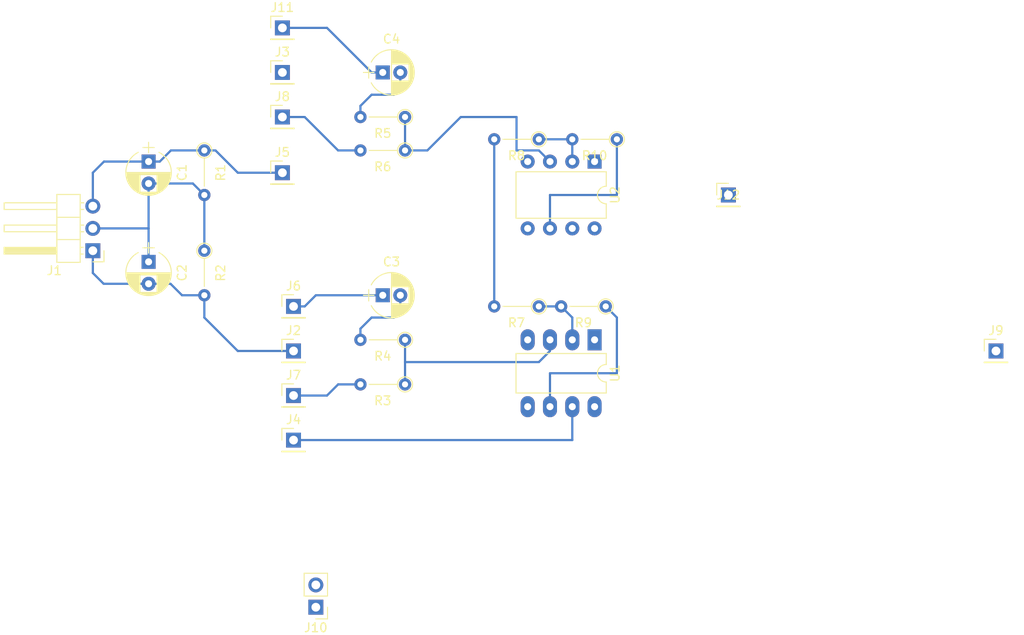
<source format=kicad_pcb>
(kicad_pcb (version 4) (host pcbnew 4.0.7)

  (general
    (links 38)
    (no_connects 10)
    (area 75.584999 99.565 192.501429 172.315)
    (thickness 1.6)
    (drawings 0)
    (tracks 73)
    (zones 0)
    (modules 28)
    (nets 22)
  )

  (page A4)
  (layers
    (0 F.Cu signal)
    (31 B.Cu signal)
    (32 B.Adhes user)
    (33 F.Adhes user)
    (34 B.Paste user)
    (35 F.Paste user)
    (36 B.SilkS user)
    (37 F.SilkS user)
    (38 B.Mask user)
    (39 F.Mask user)
    (40 Dwgs.User user)
    (41 Cmts.User user)
    (42 Eco1.User user)
    (43 Eco2.User user)
    (44 Edge.Cuts user)
    (45 Margin user)
    (46 B.CrtYd user)
    (47 F.CrtYd user)
    (48 B.Fab user)
    (49 F.Fab user)
  )

  (setup
    (last_trace_width 0.25)
    (trace_clearance 0.2)
    (zone_clearance 0.508)
    (zone_45_only no)
    (trace_min 0.2)
    (segment_width 0.2)
    (edge_width 0.15)
    (via_size 0.6)
    (via_drill 0.4)
    (via_min_size 0.4)
    (via_min_drill 0.3)
    (uvia_size 0.3)
    (uvia_drill 0.1)
    (uvias_allowed no)
    (uvia_min_size 0.2)
    (uvia_min_drill 0.1)
    (pcb_text_width 0.3)
    (pcb_text_size 1.5 1.5)
    (mod_edge_width 0.15)
    (mod_text_size 1 1)
    (mod_text_width 0.15)
    (pad_size 1.524 1.524)
    (pad_drill 0.762)
    (pad_to_mask_clearance 0.2)
    (aux_axis_origin 0 0)
    (visible_elements 7FFFFFFF)
    (pcbplotparams
      (layerselection 0x00030_80000001)
      (usegerberextensions false)
      (excludeedgelayer true)
      (linewidth 0.100000)
      (plotframeref false)
      (viasonmask false)
      (mode 1)
      (useauxorigin false)
      (hpglpennumber 1)
      (hpglpenspeed 20)
      (hpglpendiameter 15)
      (hpglpenoverlay 2)
      (psnegative false)
      (psa4output false)
      (plotreference true)
      (plotvalue true)
      (plotinvisibletext false)
      (padsonsilk false)
      (subtractmaskfromsilk false)
      (outputformat 1)
      (mirror false)
      (drillshape 1)
      (scaleselection 1)
      (outputdirectory ""))
  )

  (net 0 "")
  (net 1 VDD)
  (net 2 GNDREF)
  (net 3 VSS)
  (net 4 "Net-(J7-Pad1)")
  (net 5 "Net-(J8-Pad1)")
  (net 6 "Net-(J9-Pad1)")
  (net 7 "Net-(R3-Pad1)")
  (net 8 "Net-(R5-Pad1)")
  (net 9 "Net-(R7-Pad1)")
  (net 10 "Net-(R10-Pad2)")
  (net 11 "Net-(C3-Pad1)")
  (net 12 "Net-(C4-Pad1)")
  (net 13 "Net-(J12-Pad1)")
  (net 14 "Net-(C3-Pad2)")
  (net 15 "Net-(C4-Pad2)")
  (net 16 "Net-(U1-Pad1)")
  (net 17 "Net-(U1-Pad5)")
  (net 18 "Net-(U1-Pad8)")
  (net 19 "Net-(U2-Pad1)")
  (net 20 "Net-(U2-Pad5)")
  (net 21 "Net-(U2-Pad8)")

  (net_class Default "This is the default net class."
    (clearance 0.2)
    (trace_width 0.25)
    (via_dia 0.6)
    (via_drill 0.4)
    (uvia_dia 0.3)
    (uvia_drill 0.1)
    (add_net GNDREF)
    (add_net "Net-(C3-Pad1)")
    (add_net "Net-(C3-Pad2)")
    (add_net "Net-(C4-Pad1)")
    (add_net "Net-(C4-Pad2)")
    (add_net "Net-(J12-Pad1)")
    (add_net "Net-(J7-Pad1)")
    (add_net "Net-(J8-Pad1)")
    (add_net "Net-(J9-Pad1)")
    (add_net "Net-(R10-Pad2)")
    (add_net "Net-(R3-Pad1)")
    (add_net "Net-(R5-Pad1)")
    (add_net "Net-(R7-Pad1)")
    (add_net "Net-(U1-Pad1)")
    (add_net "Net-(U1-Pad5)")
    (add_net "Net-(U1-Pad8)")
    (add_net "Net-(U2-Pad1)")
    (add_net "Net-(U2-Pad5)")
    (add_net "Net-(U2-Pad8)")
    (add_net VDD)
    (add_net VSS)
  )

  (module Pin_Headers:Pin_Header_Angled_1x03_Pitch2.54mm (layer F.Cu) (tedit 59650532) (tstamp 5AA7DD16)
    (at 86.36 128.27 180)
    (descr "Through hole angled pin header, 1x03, 2.54mm pitch, 6mm pin length, single row")
    (tags "Through hole angled pin header THT 1x03 2.54mm single row")
    (path /5AA7D3B6)
    (fp_text reference J1 (at 4.385 -2.27 180) (layer F.SilkS)
      (effects (font (size 1 1) (thickness 0.15)))
    )
    (fp_text value "15v input" (at 4.385 7.35 180) (layer F.Fab)
      (effects (font (size 1 1) (thickness 0.15)))
    )
    (fp_line (start 2.135 -1.27) (end 4.04 -1.27) (layer F.Fab) (width 0.1))
    (fp_line (start 4.04 -1.27) (end 4.04 6.35) (layer F.Fab) (width 0.1))
    (fp_line (start 4.04 6.35) (end 1.5 6.35) (layer F.Fab) (width 0.1))
    (fp_line (start 1.5 6.35) (end 1.5 -0.635) (layer F.Fab) (width 0.1))
    (fp_line (start 1.5 -0.635) (end 2.135 -1.27) (layer F.Fab) (width 0.1))
    (fp_line (start -0.32 -0.32) (end 1.5 -0.32) (layer F.Fab) (width 0.1))
    (fp_line (start -0.32 -0.32) (end -0.32 0.32) (layer F.Fab) (width 0.1))
    (fp_line (start -0.32 0.32) (end 1.5 0.32) (layer F.Fab) (width 0.1))
    (fp_line (start 4.04 -0.32) (end 10.04 -0.32) (layer F.Fab) (width 0.1))
    (fp_line (start 10.04 -0.32) (end 10.04 0.32) (layer F.Fab) (width 0.1))
    (fp_line (start 4.04 0.32) (end 10.04 0.32) (layer F.Fab) (width 0.1))
    (fp_line (start -0.32 2.22) (end 1.5 2.22) (layer F.Fab) (width 0.1))
    (fp_line (start -0.32 2.22) (end -0.32 2.86) (layer F.Fab) (width 0.1))
    (fp_line (start -0.32 2.86) (end 1.5 2.86) (layer F.Fab) (width 0.1))
    (fp_line (start 4.04 2.22) (end 10.04 2.22) (layer F.Fab) (width 0.1))
    (fp_line (start 10.04 2.22) (end 10.04 2.86) (layer F.Fab) (width 0.1))
    (fp_line (start 4.04 2.86) (end 10.04 2.86) (layer F.Fab) (width 0.1))
    (fp_line (start -0.32 4.76) (end 1.5 4.76) (layer F.Fab) (width 0.1))
    (fp_line (start -0.32 4.76) (end -0.32 5.4) (layer F.Fab) (width 0.1))
    (fp_line (start -0.32 5.4) (end 1.5 5.4) (layer F.Fab) (width 0.1))
    (fp_line (start 4.04 4.76) (end 10.04 4.76) (layer F.Fab) (width 0.1))
    (fp_line (start 10.04 4.76) (end 10.04 5.4) (layer F.Fab) (width 0.1))
    (fp_line (start 4.04 5.4) (end 10.04 5.4) (layer F.Fab) (width 0.1))
    (fp_line (start 1.44 -1.33) (end 1.44 6.41) (layer F.SilkS) (width 0.12))
    (fp_line (start 1.44 6.41) (end 4.1 6.41) (layer F.SilkS) (width 0.12))
    (fp_line (start 4.1 6.41) (end 4.1 -1.33) (layer F.SilkS) (width 0.12))
    (fp_line (start 4.1 -1.33) (end 1.44 -1.33) (layer F.SilkS) (width 0.12))
    (fp_line (start 4.1 -0.38) (end 10.1 -0.38) (layer F.SilkS) (width 0.12))
    (fp_line (start 10.1 -0.38) (end 10.1 0.38) (layer F.SilkS) (width 0.12))
    (fp_line (start 10.1 0.38) (end 4.1 0.38) (layer F.SilkS) (width 0.12))
    (fp_line (start 4.1 -0.32) (end 10.1 -0.32) (layer F.SilkS) (width 0.12))
    (fp_line (start 4.1 -0.2) (end 10.1 -0.2) (layer F.SilkS) (width 0.12))
    (fp_line (start 4.1 -0.08) (end 10.1 -0.08) (layer F.SilkS) (width 0.12))
    (fp_line (start 4.1 0.04) (end 10.1 0.04) (layer F.SilkS) (width 0.12))
    (fp_line (start 4.1 0.16) (end 10.1 0.16) (layer F.SilkS) (width 0.12))
    (fp_line (start 4.1 0.28) (end 10.1 0.28) (layer F.SilkS) (width 0.12))
    (fp_line (start 1.11 -0.38) (end 1.44 -0.38) (layer F.SilkS) (width 0.12))
    (fp_line (start 1.11 0.38) (end 1.44 0.38) (layer F.SilkS) (width 0.12))
    (fp_line (start 1.44 1.27) (end 4.1 1.27) (layer F.SilkS) (width 0.12))
    (fp_line (start 4.1 2.16) (end 10.1 2.16) (layer F.SilkS) (width 0.12))
    (fp_line (start 10.1 2.16) (end 10.1 2.92) (layer F.SilkS) (width 0.12))
    (fp_line (start 10.1 2.92) (end 4.1 2.92) (layer F.SilkS) (width 0.12))
    (fp_line (start 1.042929 2.16) (end 1.44 2.16) (layer F.SilkS) (width 0.12))
    (fp_line (start 1.042929 2.92) (end 1.44 2.92) (layer F.SilkS) (width 0.12))
    (fp_line (start 1.44 3.81) (end 4.1 3.81) (layer F.SilkS) (width 0.12))
    (fp_line (start 4.1 4.7) (end 10.1 4.7) (layer F.SilkS) (width 0.12))
    (fp_line (start 10.1 4.7) (end 10.1 5.46) (layer F.SilkS) (width 0.12))
    (fp_line (start 10.1 5.46) (end 4.1 5.46) (layer F.SilkS) (width 0.12))
    (fp_line (start 1.042929 4.7) (end 1.44 4.7) (layer F.SilkS) (width 0.12))
    (fp_line (start 1.042929 5.46) (end 1.44 5.46) (layer F.SilkS) (width 0.12))
    (fp_line (start -1.27 0) (end -1.27 -1.27) (layer F.SilkS) (width 0.12))
    (fp_line (start -1.27 -1.27) (end 0 -1.27) (layer F.SilkS) (width 0.12))
    (fp_line (start -1.8 -1.8) (end -1.8 6.85) (layer F.CrtYd) (width 0.05))
    (fp_line (start -1.8 6.85) (end 10.55 6.85) (layer F.CrtYd) (width 0.05))
    (fp_line (start 10.55 6.85) (end 10.55 -1.8) (layer F.CrtYd) (width 0.05))
    (fp_line (start 10.55 -1.8) (end -1.8 -1.8) (layer F.CrtYd) (width 0.05))
    (fp_text user %R (at 2.77 2.54 270) (layer F.Fab)
      (effects (font (size 1 1) (thickness 0.15)))
    )
    (pad 1 thru_hole rect (at 0 0 180) (size 1.7 1.7) (drill 1) (layers *.Cu *.Mask)
      (net 3 VSS))
    (pad 2 thru_hole oval (at 0 2.54 180) (size 1.7 1.7) (drill 1) (layers *.Cu *.Mask)
      (net 2 GNDREF))
    (pad 3 thru_hole oval (at 0 5.08 180) (size 1.7 1.7) (drill 1) (layers *.Cu *.Mask)
      (net 1 VDD))
    (model ${KISYS3DMOD}/Pin_Headers.3dshapes/Pin_Header_Angled_1x03_Pitch2.54mm.wrl
      (at (xyz 0 0 0))
      (scale (xyz 1 1 1))
      (rotate (xyz 0 0 0))
    )
  )

  (module Pin_Headers:Pin_Header_Straight_1x01_Pitch2.54mm (layer F.Cu) (tedit 59650532) (tstamp 5AA7DD1B)
    (at 109.22 139.7)
    (descr "Through hole straight pin header, 1x01, 2.54mm pitch, single row")
    (tags "Through hole pin header THT 1x01 2.54mm single row")
    (path /5AA7F447)
    (fp_text reference J2 (at 0 -2.33) (layer F.SilkS)
      (effects (font (size 1 1) (thickness 0.15)))
    )
    (fp_text value "Bias1 neg" (at 0 2.33) (layer F.Fab)
      (effects (font (size 1 1) (thickness 0.15)))
    )
    (fp_line (start -0.635 -1.27) (end 1.27 -1.27) (layer F.Fab) (width 0.1))
    (fp_line (start 1.27 -1.27) (end 1.27 1.27) (layer F.Fab) (width 0.1))
    (fp_line (start 1.27 1.27) (end -1.27 1.27) (layer F.Fab) (width 0.1))
    (fp_line (start -1.27 1.27) (end -1.27 -0.635) (layer F.Fab) (width 0.1))
    (fp_line (start -1.27 -0.635) (end -0.635 -1.27) (layer F.Fab) (width 0.1))
    (fp_line (start -1.33 1.33) (end 1.33 1.33) (layer F.SilkS) (width 0.12))
    (fp_line (start -1.33 1.27) (end -1.33 1.33) (layer F.SilkS) (width 0.12))
    (fp_line (start 1.33 1.27) (end 1.33 1.33) (layer F.SilkS) (width 0.12))
    (fp_line (start -1.33 1.27) (end 1.33 1.27) (layer F.SilkS) (width 0.12))
    (fp_line (start -1.33 0) (end -1.33 -1.33) (layer F.SilkS) (width 0.12))
    (fp_line (start -1.33 -1.33) (end 0 -1.33) (layer F.SilkS) (width 0.12))
    (fp_line (start -1.8 -1.8) (end -1.8 1.8) (layer F.CrtYd) (width 0.05))
    (fp_line (start -1.8 1.8) (end 1.8 1.8) (layer F.CrtYd) (width 0.05))
    (fp_line (start 1.8 1.8) (end 1.8 -1.8) (layer F.CrtYd) (width 0.05))
    (fp_line (start 1.8 -1.8) (end -1.8 -1.8) (layer F.CrtYd) (width 0.05))
    (fp_text user %R (at 0 0 90) (layer F.Fab)
      (effects (font (size 1 1) (thickness 0.15)))
    )
    (pad 1 thru_hole rect (at 0 0) (size 1.7 1.7) (drill 1) (layers *.Cu *.Mask)
      (net 3 VSS))
    (model ${KISYS3DMOD}/Pin_Headers.3dshapes/Pin_Header_Straight_1x01_Pitch2.54mm.wrl
      (at (xyz 0 0 0))
      (scale (xyz 1 1 1))
      (rotate (xyz 0 0 0))
    )
  )

  (module Pin_Headers:Pin_Header_Straight_1x01_Pitch2.54mm (layer F.Cu) (tedit 59650532) (tstamp 5AA7DD20)
    (at 107.95 107.95)
    (descr "Through hole straight pin header, 1x01, 2.54mm pitch, single row")
    (tags "Through hole pin header THT 1x01 2.54mm single row")
    (path /5AA7F4F4)
    (fp_text reference J3 (at 0 -2.33) (layer F.SilkS)
      (effects (font (size 1 1) (thickness 0.15)))
    )
    (fp_text value "Bias2 neg" (at 0 2.33) (layer F.Fab)
      (effects (font (size 1 1) (thickness 0.15)))
    )
    (fp_line (start -0.635 -1.27) (end 1.27 -1.27) (layer F.Fab) (width 0.1))
    (fp_line (start 1.27 -1.27) (end 1.27 1.27) (layer F.Fab) (width 0.1))
    (fp_line (start 1.27 1.27) (end -1.27 1.27) (layer F.Fab) (width 0.1))
    (fp_line (start -1.27 1.27) (end -1.27 -0.635) (layer F.Fab) (width 0.1))
    (fp_line (start -1.27 -0.635) (end -0.635 -1.27) (layer F.Fab) (width 0.1))
    (fp_line (start -1.33 1.33) (end 1.33 1.33) (layer F.SilkS) (width 0.12))
    (fp_line (start -1.33 1.27) (end -1.33 1.33) (layer F.SilkS) (width 0.12))
    (fp_line (start 1.33 1.27) (end 1.33 1.33) (layer F.SilkS) (width 0.12))
    (fp_line (start -1.33 1.27) (end 1.33 1.27) (layer F.SilkS) (width 0.12))
    (fp_line (start -1.33 0) (end -1.33 -1.33) (layer F.SilkS) (width 0.12))
    (fp_line (start -1.33 -1.33) (end 0 -1.33) (layer F.SilkS) (width 0.12))
    (fp_line (start -1.8 -1.8) (end -1.8 1.8) (layer F.CrtYd) (width 0.05))
    (fp_line (start -1.8 1.8) (end 1.8 1.8) (layer F.CrtYd) (width 0.05))
    (fp_line (start 1.8 1.8) (end 1.8 -1.8) (layer F.CrtYd) (width 0.05))
    (fp_line (start 1.8 -1.8) (end -1.8 -1.8) (layer F.CrtYd) (width 0.05))
    (fp_text user %R (at 0 0 90) (layer F.Fab)
      (effects (font (size 1 1) (thickness 0.15)))
    )
    (pad 1 thru_hole rect (at 0 0) (size 1.7 1.7) (drill 1) (layers *.Cu *.Mask)
      (net 3 VSS))
    (model ${KISYS3DMOD}/Pin_Headers.3dshapes/Pin_Header_Straight_1x01_Pitch2.54mm.wrl
      (at (xyz 0 0 0))
      (scale (xyz 1 1 1))
      (rotate (xyz 0 0 0))
    )
  )

  (module Pin_Headers:Pin_Header_Straight_1x01_Pitch2.54mm (layer F.Cu) (tedit 59650532) (tstamp 5AA7DD25)
    (at 109.22 149.86)
    (descr "Through hole straight pin header, 1x01, 2.54mm pitch, single row")
    (tags "Through hole pin header THT 1x01 2.54mm single row")
    (path /5AA7F54C)
    (fp_text reference J4 (at 0 -2.33) (layer F.SilkS)
      (effects (font (size 1 1) (thickness 0.15)))
    )
    (fp_text value "Bias1 Pos" (at 0 2.33) (layer F.Fab)
      (effects (font (size 1 1) (thickness 0.15)))
    )
    (fp_line (start -0.635 -1.27) (end 1.27 -1.27) (layer F.Fab) (width 0.1))
    (fp_line (start 1.27 -1.27) (end 1.27 1.27) (layer F.Fab) (width 0.1))
    (fp_line (start 1.27 1.27) (end -1.27 1.27) (layer F.Fab) (width 0.1))
    (fp_line (start -1.27 1.27) (end -1.27 -0.635) (layer F.Fab) (width 0.1))
    (fp_line (start -1.27 -0.635) (end -0.635 -1.27) (layer F.Fab) (width 0.1))
    (fp_line (start -1.33 1.33) (end 1.33 1.33) (layer F.SilkS) (width 0.12))
    (fp_line (start -1.33 1.27) (end -1.33 1.33) (layer F.SilkS) (width 0.12))
    (fp_line (start 1.33 1.27) (end 1.33 1.33) (layer F.SilkS) (width 0.12))
    (fp_line (start -1.33 1.27) (end 1.33 1.27) (layer F.SilkS) (width 0.12))
    (fp_line (start -1.33 0) (end -1.33 -1.33) (layer F.SilkS) (width 0.12))
    (fp_line (start -1.33 -1.33) (end 0 -1.33) (layer F.SilkS) (width 0.12))
    (fp_line (start -1.8 -1.8) (end -1.8 1.8) (layer F.CrtYd) (width 0.05))
    (fp_line (start -1.8 1.8) (end 1.8 1.8) (layer F.CrtYd) (width 0.05))
    (fp_line (start 1.8 1.8) (end 1.8 -1.8) (layer F.CrtYd) (width 0.05))
    (fp_line (start 1.8 -1.8) (end -1.8 -1.8) (layer F.CrtYd) (width 0.05))
    (fp_text user %R (at 0 0 90) (layer F.Fab)
      (effects (font (size 1 1) (thickness 0.15)))
    )
    (pad 1 thru_hole rect (at 0 0) (size 1.7 1.7) (drill 1) (layers *.Cu *.Mask)
      (net 1 VDD))
    (model ${KISYS3DMOD}/Pin_Headers.3dshapes/Pin_Header_Straight_1x01_Pitch2.54mm.wrl
      (at (xyz 0 0 0))
      (scale (xyz 1 1 1))
      (rotate (xyz 0 0 0))
    )
  )

  (module Pin_Headers:Pin_Header_Straight_1x01_Pitch2.54mm (layer F.Cu) (tedit 59650532) (tstamp 5AA7DD2A)
    (at 107.95 119.38)
    (descr "Through hole straight pin header, 1x01, 2.54mm pitch, single row")
    (tags "Through hole pin header THT 1x01 2.54mm single row")
    (path /5AA7F5B9)
    (fp_text reference J5 (at 0 -2.33) (layer F.SilkS)
      (effects (font (size 1 1) (thickness 0.15)))
    )
    (fp_text value "Bias2 Pos" (at 0 2.33) (layer F.Fab)
      (effects (font (size 1 1) (thickness 0.15)))
    )
    (fp_line (start -0.635 -1.27) (end 1.27 -1.27) (layer F.Fab) (width 0.1))
    (fp_line (start 1.27 -1.27) (end 1.27 1.27) (layer F.Fab) (width 0.1))
    (fp_line (start 1.27 1.27) (end -1.27 1.27) (layer F.Fab) (width 0.1))
    (fp_line (start -1.27 1.27) (end -1.27 -0.635) (layer F.Fab) (width 0.1))
    (fp_line (start -1.27 -0.635) (end -0.635 -1.27) (layer F.Fab) (width 0.1))
    (fp_line (start -1.33 1.33) (end 1.33 1.33) (layer F.SilkS) (width 0.12))
    (fp_line (start -1.33 1.27) (end -1.33 1.33) (layer F.SilkS) (width 0.12))
    (fp_line (start 1.33 1.27) (end 1.33 1.33) (layer F.SilkS) (width 0.12))
    (fp_line (start -1.33 1.27) (end 1.33 1.27) (layer F.SilkS) (width 0.12))
    (fp_line (start -1.33 0) (end -1.33 -1.33) (layer F.SilkS) (width 0.12))
    (fp_line (start -1.33 -1.33) (end 0 -1.33) (layer F.SilkS) (width 0.12))
    (fp_line (start -1.8 -1.8) (end -1.8 1.8) (layer F.CrtYd) (width 0.05))
    (fp_line (start -1.8 1.8) (end 1.8 1.8) (layer F.CrtYd) (width 0.05))
    (fp_line (start 1.8 1.8) (end 1.8 -1.8) (layer F.CrtYd) (width 0.05))
    (fp_line (start 1.8 -1.8) (end -1.8 -1.8) (layer F.CrtYd) (width 0.05))
    (fp_text user %R (at 0 0 90) (layer F.Fab)
      (effects (font (size 1 1) (thickness 0.15)))
    )
    (pad 1 thru_hole rect (at 0 0) (size 1.7 1.7) (drill 1) (layers *.Cu *.Mask)
      (net 1 VDD))
    (model ${KISYS3DMOD}/Pin_Headers.3dshapes/Pin_Header_Straight_1x01_Pitch2.54mm.wrl
      (at (xyz 0 0 0))
      (scale (xyz 1 1 1))
      (rotate (xyz 0 0 0))
    )
  )

  (module Pin_Headers:Pin_Header_Straight_1x01_Pitch2.54mm (layer F.Cu) (tedit 59650532) (tstamp 5AA7DD35)
    (at 109.22 144.78)
    (descr "Through hole straight pin header, 1x01, 2.54mm pitch, single row")
    (tags "Through hole pin header THT 1x01 2.54mm single row")
    (path /5AA7F3D1)
    (fp_text reference J7 (at 0 -2.33) (layer F.SilkS)
      (effects (font (size 1 1) (thickness 0.15)))
    )
    (fp_text value "Bias1 In" (at 0 2.33) (layer F.Fab)
      (effects (font (size 1 1) (thickness 0.15)))
    )
    (fp_line (start -0.635 -1.27) (end 1.27 -1.27) (layer F.Fab) (width 0.1))
    (fp_line (start 1.27 -1.27) (end 1.27 1.27) (layer F.Fab) (width 0.1))
    (fp_line (start 1.27 1.27) (end -1.27 1.27) (layer F.Fab) (width 0.1))
    (fp_line (start -1.27 1.27) (end -1.27 -0.635) (layer F.Fab) (width 0.1))
    (fp_line (start -1.27 -0.635) (end -0.635 -1.27) (layer F.Fab) (width 0.1))
    (fp_line (start -1.33 1.33) (end 1.33 1.33) (layer F.SilkS) (width 0.12))
    (fp_line (start -1.33 1.27) (end -1.33 1.33) (layer F.SilkS) (width 0.12))
    (fp_line (start 1.33 1.27) (end 1.33 1.33) (layer F.SilkS) (width 0.12))
    (fp_line (start -1.33 1.27) (end 1.33 1.27) (layer F.SilkS) (width 0.12))
    (fp_line (start -1.33 0) (end -1.33 -1.33) (layer F.SilkS) (width 0.12))
    (fp_line (start -1.33 -1.33) (end 0 -1.33) (layer F.SilkS) (width 0.12))
    (fp_line (start -1.8 -1.8) (end -1.8 1.8) (layer F.CrtYd) (width 0.05))
    (fp_line (start -1.8 1.8) (end 1.8 1.8) (layer F.CrtYd) (width 0.05))
    (fp_line (start 1.8 1.8) (end 1.8 -1.8) (layer F.CrtYd) (width 0.05))
    (fp_line (start 1.8 -1.8) (end -1.8 -1.8) (layer F.CrtYd) (width 0.05))
    (fp_text user %R (at 0 0 90) (layer F.Fab)
      (effects (font (size 1 1) (thickness 0.15)))
    )
    (pad 1 thru_hole rect (at 0 0) (size 1.7 1.7) (drill 1) (layers *.Cu *.Mask)
      (net 4 "Net-(J7-Pad1)"))
    (model ${KISYS3DMOD}/Pin_Headers.3dshapes/Pin_Header_Straight_1x01_Pitch2.54mm.wrl
      (at (xyz 0 0 0))
      (scale (xyz 1 1 1))
      (rotate (xyz 0 0 0))
    )
  )

  (module Pin_Headers:Pin_Header_Straight_1x01_Pitch2.54mm (layer F.Cu) (tedit 59650532) (tstamp 5AA7DD3A)
    (at 107.95 113.03)
    (descr "Through hole straight pin header, 1x01, 2.54mm pitch, single row")
    (tags "Through hole pin header THT 1x01 2.54mm single row")
    (path /5AA7F2EF)
    (fp_text reference J8 (at 0 -2.33) (layer F.SilkS)
      (effects (font (size 1 1) (thickness 0.15)))
    )
    (fp_text value "Bias2 In" (at 0 2.33) (layer F.Fab)
      (effects (font (size 1 1) (thickness 0.15)))
    )
    (fp_line (start -0.635 -1.27) (end 1.27 -1.27) (layer F.Fab) (width 0.1))
    (fp_line (start 1.27 -1.27) (end 1.27 1.27) (layer F.Fab) (width 0.1))
    (fp_line (start 1.27 1.27) (end -1.27 1.27) (layer F.Fab) (width 0.1))
    (fp_line (start -1.27 1.27) (end -1.27 -0.635) (layer F.Fab) (width 0.1))
    (fp_line (start -1.27 -0.635) (end -0.635 -1.27) (layer F.Fab) (width 0.1))
    (fp_line (start -1.33 1.33) (end 1.33 1.33) (layer F.SilkS) (width 0.12))
    (fp_line (start -1.33 1.27) (end -1.33 1.33) (layer F.SilkS) (width 0.12))
    (fp_line (start 1.33 1.27) (end 1.33 1.33) (layer F.SilkS) (width 0.12))
    (fp_line (start -1.33 1.27) (end 1.33 1.27) (layer F.SilkS) (width 0.12))
    (fp_line (start -1.33 0) (end -1.33 -1.33) (layer F.SilkS) (width 0.12))
    (fp_line (start -1.33 -1.33) (end 0 -1.33) (layer F.SilkS) (width 0.12))
    (fp_line (start -1.8 -1.8) (end -1.8 1.8) (layer F.CrtYd) (width 0.05))
    (fp_line (start -1.8 1.8) (end 1.8 1.8) (layer F.CrtYd) (width 0.05))
    (fp_line (start 1.8 1.8) (end 1.8 -1.8) (layer F.CrtYd) (width 0.05))
    (fp_line (start 1.8 -1.8) (end -1.8 -1.8) (layer F.CrtYd) (width 0.05))
    (fp_text user %R (at 0 0 90) (layer F.Fab)
      (effects (font (size 1 1) (thickness 0.15)))
    )
    (pad 1 thru_hole rect (at 0 0) (size 1.7 1.7) (drill 1) (layers *.Cu *.Mask)
      (net 5 "Net-(J8-Pad1)"))
    (model ${KISYS3DMOD}/Pin_Headers.3dshapes/Pin_Header_Straight_1x01_Pitch2.54mm.wrl
      (at (xyz 0 0 0))
      (scale (xyz 1 1 1))
      (rotate (xyz 0 0 0))
    )
  )

  (module Pin_Headers:Pin_Header_Straight_1x02_Pitch2.54mm (layer F.Cu) (tedit 59650532) (tstamp 5AA7DD46)
    (at 111.76 168.91 180)
    (descr "Through hole straight pin header, 1x02, 2.54mm pitch, single row")
    (tags "Through hole pin header THT 1x02 2.54mm single row")
    (path /5AA7E909)
    (fp_text reference J10 (at 0 -2.33 180) (layer F.SilkS)
      (effects (font (size 1 1) (thickness 0.15)))
    )
    (fp_text value "Signals Gnd" (at 0 4.87 180) (layer F.Fab)
      (effects (font (size 1 1) (thickness 0.15)))
    )
    (fp_line (start -0.635 -1.27) (end 1.27 -1.27) (layer F.Fab) (width 0.1))
    (fp_line (start 1.27 -1.27) (end 1.27 3.81) (layer F.Fab) (width 0.1))
    (fp_line (start 1.27 3.81) (end -1.27 3.81) (layer F.Fab) (width 0.1))
    (fp_line (start -1.27 3.81) (end -1.27 -0.635) (layer F.Fab) (width 0.1))
    (fp_line (start -1.27 -0.635) (end -0.635 -1.27) (layer F.Fab) (width 0.1))
    (fp_line (start -1.33 3.87) (end 1.33 3.87) (layer F.SilkS) (width 0.12))
    (fp_line (start -1.33 1.27) (end -1.33 3.87) (layer F.SilkS) (width 0.12))
    (fp_line (start 1.33 1.27) (end 1.33 3.87) (layer F.SilkS) (width 0.12))
    (fp_line (start -1.33 1.27) (end 1.33 1.27) (layer F.SilkS) (width 0.12))
    (fp_line (start -1.33 0) (end -1.33 -1.33) (layer F.SilkS) (width 0.12))
    (fp_line (start -1.33 -1.33) (end 0 -1.33) (layer F.SilkS) (width 0.12))
    (fp_line (start -1.8 -1.8) (end -1.8 4.35) (layer F.CrtYd) (width 0.05))
    (fp_line (start -1.8 4.35) (end 1.8 4.35) (layer F.CrtYd) (width 0.05))
    (fp_line (start 1.8 4.35) (end 1.8 -1.8) (layer F.CrtYd) (width 0.05))
    (fp_line (start 1.8 -1.8) (end -1.8 -1.8) (layer F.CrtYd) (width 0.05))
    (fp_text user %R (at 0 1.27 270) (layer F.Fab)
      (effects (font (size 1 1) (thickness 0.15)))
    )
    (pad 1 thru_hole rect (at 0 0 180) (size 1.7 1.7) (drill 1) (layers *.Cu *.Mask)
      (net 2 GNDREF))
    (pad 2 thru_hole oval (at 0 2.54 180) (size 1.7 1.7) (drill 1) (layers *.Cu *.Mask)
      (net 2 GNDREF))
    (model ${KISYS3DMOD}/Pin_Headers.3dshapes/Pin_Header_Straight_1x02_Pitch2.54mm.wrl
      (at (xyz 0 0 0))
      (scale (xyz 1 1 1))
      (rotate (xyz 0 0 0))
    )
  )

  (module Resistors_THT:R_Axial_DIN0204_L3.6mm_D1.6mm_P5.08mm_Vertical (layer F.Cu) (tedit 5874F706) (tstamp 5AA7DD4C)
    (at 99.06 116.84 270)
    (descr "Resistor, Axial_DIN0204 series, Axial, Vertical, pin pitch=5.08mm, 0.16666666666666666W = 1/6W, length*diameter=3.6*1.6mm^2, http://cdn-reichelt.de/documents/datenblatt/B400/1_4W%23YAG.pdf")
    (tags "Resistor Axial_DIN0204 series Axial Vertical pin pitch 5.08mm 0.16666666666666666W = 1/6W length 3.6mm diameter 1.6mm")
    (path /5AA7D07A)
    (fp_text reference R1 (at 2.54 -1.86 270) (layer F.SilkS)
      (effects (font (size 1 1) (thickness 0.15)))
    )
    (fp_text value R (at 2.54 1.86 270) (layer F.Fab)
      (effects (font (size 1 1) (thickness 0.15)))
    )
    (fp_circle (center 0 0) (end 0.8 0) (layer F.Fab) (width 0.1))
    (fp_circle (center 0 0) (end 0.86 0) (layer F.SilkS) (width 0.12))
    (fp_line (start 0 0) (end 5.08 0) (layer F.Fab) (width 0.1))
    (fp_line (start 0.86 0) (end 4.08 0) (layer F.SilkS) (width 0.12))
    (fp_line (start -1.15 -1.15) (end -1.15 1.15) (layer F.CrtYd) (width 0.05))
    (fp_line (start -1.15 1.15) (end 6.1 1.15) (layer F.CrtYd) (width 0.05))
    (fp_line (start 6.1 1.15) (end 6.1 -1.15) (layer F.CrtYd) (width 0.05))
    (fp_line (start 6.1 -1.15) (end -1.15 -1.15) (layer F.CrtYd) (width 0.05))
    (pad 1 thru_hole circle (at 0 0 270) (size 1.4 1.4) (drill 0.7) (layers *.Cu *.Mask)
      (net 1 VDD))
    (pad 2 thru_hole oval (at 5.08 0 270) (size 1.4 1.4) (drill 0.7) (layers *.Cu *.Mask)
      (net 2 GNDREF))
    (model ${KISYS3DMOD}/Resistors_THT.3dshapes/R_Axial_DIN0204_L3.6mm_D1.6mm_P5.08mm_Vertical.wrl
      (at (xyz 0 0 0))
      (scale (xyz 0.393701 0.393701 0.393701))
      (rotate (xyz 0 0 0))
    )
  )

  (module Resistors_THT:R_Axial_DIN0204_L3.6mm_D1.6mm_P5.08mm_Vertical (layer F.Cu) (tedit 5874F706) (tstamp 5AA7DD52)
    (at 99.06 128.27 270)
    (descr "Resistor, Axial_DIN0204 series, Axial, Vertical, pin pitch=5.08mm, 0.16666666666666666W = 1/6W, length*diameter=3.6*1.6mm^2, http://cdn-reichelt.de/documents/datenblatt/B400/1_4W%23YAG.pdf")
    (tags "Resistor Axial_DIN0204 series Axial Vertical pin pitch 5.08mm 0.16666666666666666W = 1/6W length 3.6mm diameter 1.6mm")
    (path /5AA7D0C7)
    (fp_text reference R2 (at 2.54 -1.86 270) (layer F.SilkS)
      (effects (font (size 1 1) (thickness 0.15)))
    )
    (fp_text value R (at 2.54 1.86 270) (layer F.Fab)
      (effects (font (size 1 1) (thickness 0.15)))
    )
    (fp_circle (center 0 0) (end 0.8 0) (layer F.Fab) (width 0.1))
    (fp_circle (center 0 0) (end 0.86 0) (layer F.SilkS) (width 0.12))
    (fp_line (start 0 0) (end 5.08 0) (layer F.Fab) (width 0.1))
    (fp_line (start 0.86 0) (end 4.08 0) (layer F.SilkS) (width 0.12))
    (fp_line (start -1.15 -1.15) (end -1.15 1.15) (layer F.CrtYd) (width 0.05))
    (fp_line (start -1.15 1.15) (end 6.1 1.15) (layer F.CrtYd) (width 0.05))
    (fp_line (start 6.1 1.15) (end 6.1 -1.15) (layer F.CrtYd) (width 0.05))
    (fp_line (start 6.1 -1.15) (end -1.15 -1.15) (layer F.CrtYd) (width 0.05))
    (pad 1 thru_hole circle (at 0 0 270) (size 1.4 1.4) (drill 0.7) (layers *.Cu *.Mask)
      (net 2 GNDREF))
    (pad 2 thru_hole oval (at 5.08 0 270) (size 1.4 1.4) (drill 0.7) (layers *.Cu *.Mask)
      (net 3 VSS))
    (model ${KISYS3DMOD}/Resistors_THT.3dshapes/R_Axial_DIN0204_L3.6mm_D1.6mm_P5.08mm_Vertical.wrl
      (at (xyz 0 0 0))
      (scale (xyz 0.393701 0.393701 0.393701))
      (rotate (xyz 0 0 0))
    )
  )

  (module Resistors_THT:R_Axial_DIN0204_L3.6mm_D1.6mm_P5.08mm_Vertical (layer F.Cu) (tedit 5874F706) (tstamp 5AA7DD58)
    (at 121.92 143.51 180)
    (descr "Resistor, Axial_DIN0204 series, Axial, Vertical, pin pitch=5.08mm, 0.16666666666666666W = 1/6W, length*diameter=3.6*1.6mm^2, http://cdn-reichelt.de/documents/datenblatt/B400/1_4W%23YAG.pdf")
    (tags "Resistor Axial_DIN0204 series Axial Vertical pin pitch 5.08mm 0.16666666666666666W = 1/6W length 3.6mm diameter 1.6mm")
    (path /5AA7ED5E)
    (fp_text reference R3 (at 2.54 -1.86 180) (layer F.SilkS)
      (effects (font (size 1 1) (thickness 0.15)))
    )
    (fp_text value R (at 2.54 1.86 180) (layer F.Fab)
      (effects (font (size 1 1) (thickness 0.15)))
    )
    (fp_circle (center 0 0) (end 0.8 0) (layer F.Fab) (width 0.1))
    (fp_circle (center 0 0) (end 0.86 0) (layer F.SilkS) (width 0.12))
    (fp_line (start 0 0) (end 5.08 0) (layer F.Fab) (width 0.1))
    (fp_line (start 0.86 0) (end 4.08 0) (layer F.SilkS) (width 0.12))
    (fp_line (start -1.15 -1.15) (end -1.15 1.15) (layer F.CrtYd) (width 0.05))
    (fp_line (start -1.15 1.15) (end 6.1 1.15) (layer F.CrtYd) (width 0.05))
    (fp_line (start 6.1 1.15) (end 6.1 -1.15) (layer F.CrtYd) (width 0.05))
    (fp_line (start 6.1 -1.15) (end -1.15 -1.15) (layer F.CrtYd) (width 0.05))
    (pad 1 thru_hole circle (at 0 0 180) (size 1.4 1.4) (drill 0.7) (layers *.Cu *.Mask)
      (net 7 "Net-(R3-Pad1)"))
    (pad 2 thru_hole oval (at 5.08 0 180) (size 1.4 1.4) (drill 0.7) (layers *.Cu *.Mask)
      (net 4 "Net-(J7-Pad1)"))
    (model ${KISYS3DMOD}/Resistors_THT.3dshapes/R_Axial_DIN0204_L3.6mm_D1.6mm_P5.08mm_Vertical.wrl
      (at (xyz 0 0 0))
      (scale (xyz 0.393701 0.393701 0.393701))
      (rotate (xyz 0 0 0))
    )
  )

  (module Resistors_THT:R_Axial_DIN0204_L3.6mm_D1.6mm_P5.08mm_Vertical (layer F.Cu) (tedit 5874F706) (tstamp 5AA7DD5E)
    (at 121.92 138.43 180)
    (descr "Resistor, Axial_DIN0204 series, Axial, Vertical, pin pitch=5.08mm, 0.16666666666666666W = 1/6W, length*diameter=3.6*1.6mm^2, http://cdn-reichelt.de/documents/datenblatt/B400/1_4W%23YAG.pdf")
    (tags "Resistor Axial_DIN0204 series Axial Vertical pin pitch 5.08mm 0.16666666666666666W = 1/6W length 3.6mm diameter 1.6mm")
    (path /5AA7EDFB)
    (fp_text reference R4 (at 2.54 -1.86 180) (layer F.SilkS)
      (effects (font (size 1 1) (thickness 0.15)))
    )
    (fp_text value R (at 2.54 1.86 180) (layer F.Fab)
      (effects (font (size 1 1) (thickness 0.15)))
    )
    (fp_circle (center 0 0) (end 0.8 0) (layer F.Fab) (width 0.1))
    (fp_circle (center 0 0) (end 0.86 0) (layer F.SilkS) (width 0.12))
    (fp_line (start 0 0) (end 5.08 0) (layer F.Fab) (width 0.1))
    (fp_line (start 0.86 0) (end 4.08 0) (layer F.SilkS) (width 0.12))
    (fp_line (start -1.15 -1.15) (end -1.15 1.15) (layer F.CrtYd) (width 0.05))
    (fp_line (start -1.15 1.15) (end 6.1 1.15) (layer F.CrtYd) (width 0.05))
    (fp_line (start 6.1 1.15) (end 6.1 -1.15) (layer F.CrtYd) (width 0.05))
    (fp_line (start 6.1 -1.15) (end -1.15 -1.15) (layer F.CrtYd) (width 0.05))
    (pad 1 thru_hole circle (at 0 0 180) (size 1.4 1.4) (drill 0.7) (layers *.Cu *.Mask)
      (net 7 "Net-(R3-Pad1)"))
    (pad 2 thru_hole oval (at 5.08 0 180) (size 1.4 1.4) (drill 0.7) (layers *.Cu *.Mask)
      (net 14 "Net-(C3-Pad2)"))
    (model ${KISYS3DMOD}/Resistors_THT.3dshapes/R_Axial_DIN0204_L3.6mm_D1.6mm_P5.08mm_Vertical.wrl
      (at (xyz 0 0 0))
      (scale (xyz 0.393701 0.393701 0.393701))
      (rotate (xyz 0 0 0))
    )
  )

  (module Resistors_THT:R_Axial_DIN0204_L3.6mm_D1.6mm_P5.08mm_Vertical (layer F.Cu) (tedit 5874F706) (tstamp 5AA7DD64)
    (at 121.92 113.03 180)
    (descr "Resistor, Axial_DIN0204 series, Axial, Vertical, pin pitch=5.08mm, 0.16666666666666666W = 1/6W, length*diameter=3.6*1.6mm^2, http://cdn-reichelt.de/documents/datenblatt/B400/1_4W%23YAG.pdf")
    (tags "Resistor Axial_DIN0204 series Axial Vertical pin pitch 5.08mm 0.16666666666666666W = 1/6W length 3.6mm diameter 1.6mm")
    (path /5AA7EE52)
    (fp_text reference R5 (at 2.54 -1.86 180) (layer F.SilkS)
      (effects (font (size 1 1) (thickness 0.15)))
    )
    (fp_text value R (at 2.54 1.86 180) (layer F.Fab)
      (effects (font (size 1 1) (thickness 0.15)))
    )
    (fp_circle (center 0 0) (end 0.8 0) (layer F.Fab) (width 0.1))
    (fp_circle (center 0 0) (end 0.86 0) (layer F.SilkS) (width 0.12))
    (fp_line (start 0 0) (end 5.08 0) (layer F.Fab) (width 0.1))
    (fp_line (start 0.86 0) (end 4.08 0) (layer F.SilkS) (width 0.12))
    (fp_line (start -1.15 -1.15) (end -1.15 1.15) (layer F.CrtYd) (width 0.05))
    (fp_line (start -1.15 1.15) (end 6.1 1.15) (layer F.CrtYd) (width 0.05))
    (fp_line (start 6.1 1.15) (end 6.1 -1.15) (layer F.CrtYd) (width 0.05))
    (fp_line (start 6.1 -1.15) (end -1.15 -1.15) (layer F.CrtYd) (width 0.05))
    (pad 1 thru_hole circle (at 0 0 180) (size 1.4 1.4) (drill 0.7) (layers *.Cu *.Mask)
      (net 8 "Net-(R5-Pad1)"))
    (pad 2 thru_hole oval (at 5.08 0 180) (size 1.4 1.4) (drill 0.7) (layers *.Cu *.Mask)
      (net 15 "Net-(C4-Pad2)"))
    (model ${KISYS3DMOD}/Resistors_THT.3dshapes/R_Axial_DIN0204_L3.6mm_D1.6mm_P5.08mm_Vertical.wrl
      (at (xyz 0 0 0))
      (scale (xyz 0.393701 0.393701 0.393701))
      (rotate (xyz 0 0 0))
    )
  )

  (module Resistors_THT:R_Axial_DIN0204_L3.6mm_D1.6mm_P5.08mm_Vertical (layer F.Cu) (tedit 5874F706) (tstamp 5AA7DD6A)
    (at 121.92 116.84 180)
    (descr "Resistor, Axial_DIN0204 series, Axial, Vertical, pin pitch=5.08mm, 0.16666666666666666W = 1/6W, length*diameter=3.6*1.6mm^2, http://cdn-reichelt.de/documents/datenblatt/B400/1_4W%23YAG.pdf")
    (tags "Resistor Axial_DIN0204 series Axial Vertical pin pitch 5.08mm 0.16666666666666666W = 1/6W length 3.6mm diameter 1.6mm")
    (path /5AA7EEAB)
    (fp_text reference R6 (at 2.54 -1.86 180) (layer F.SilkS)
      (effects (font (size 1 1) (thickness 0.15)))
    )
    (fp_text value R (at 2.54 1.86 180) (layer F.Fab)
      (effects (font (size 1 1) (thickness 0.15)))
    )
    (fp_circle (center 0 0) (end 0.8 0) (layer F.Fab) (width 0.1))
    (fp_circle (center 0 0) (end 0.86 0) (layer F.SilkS) (width 0.12))
    (fp_line (start 0 0) (end 5.08 0) (layer F.Fab) (width 0.1))
    (fp_line (start 0.86 0) (end 4.08 0) (layer F.SilkS) (width 0.12))
    (fp_line (start -1.15 -1.15) (end -1.15 1.15) (layer F.CrtYd) (width 0.05))
    (fp_line (start -1.15 1.15) (end 6.1 1.15) (layer F.CrtYd) (width 0.05))
    (fp_line (start 6.1 1.15) (end 6.1 -1.15) (layer F.CrtYd) (width 0.05))
    (fp_line (start 6.1 -1.15) (end -1.15 -1.15) (layer F.CrtYd) (width 0.05))
    (pad 1 thru_hole circle (at 0 0 180) (size 1.4 1.4) (drill 0.7) (layers *.Cu *.Mask)
      (net 8 "Net-(R5-Pad1)"))
    (pad 2 thru_hole oval (at 5.08 0 180) (size 1.4 1.4) (drill 0.7) (layers *.Cu *.Mask)
      (net 5 "Net-(J8-Pad1)"))
    (model ${KISYS3DMOD}/Resistors_THT.3dshapes/R_Axial_DIN0204_L3.6mm_D1.6mm_P5.08mm_Vertical.wrl
      (at (xyz 0 0 0))
      (scale (xyz 0.393701 0.393701 0.393701))
      (rotate (xyz 0 0 0))
    )
  )

  (module Resistors_THT:R_Axial_DIN0204_L3.6mm_D1.6mm_P5.08mm_Vertical (layer F.Cu) (tedit 5874F706) (tstamp 5AA7DD70)
    (at 137.16 134.62 180)
    (descr "Resistor, Axial_DIN0204 series, Axial, Vertical, pin pitch=5.08mm, 0.16666666666666666W = 1/6W, length*diameter=3.6*1.6mm^2, http://cdn-reichelt.de/documents/datenblatt/B400/1_4W%23YAG.pdf")
    (tags "Resistor Axial_DIN0204 series Axial Vertical pin pitch 5.08mm 0.16666666666666666W = 1/6W length 3.6mm diameter 1.6mm")
    (path /5AA7E020)
    (fp_text reference R7 (at 2.54 -1.86 180) (layer F.SilkS)
      (effects (font (size 1 1) (thickness 0.15)))
    )
    (fp_text value R (at 2.54 1.86 180) (layer F.Fab)
      (effects (font (size 1 1) (thickness 0.15)))
    )
    (fp_circle (center 0 0) (end 0.8 0) (layer F.Fab) (width 0.1))
    (fp_circle (center 0 0) (end 0.86 0) (layer F.SilkS) (width 0.12))
    (fp_line (start 0 0) (end 5.08 0) (layer F.Fab) (width 0.1))
    (fp_line (start 0.86 0) (end 4.08 0) (layer F.SilkS) (width 0.12))
    (fp_line (start -1.15 -1.15) (end -1.15 1.15) (layer F.CrtYd) (width 0.05))
    (fp_line (start -1.15 1.15) (end 6.1 1.15) (layer F.CrtYd) (width 0.05))
    (fp_line (start 6.1 1.15) (end 6.1 -1.15) (layer F.CrtYd) (width 0.05))
    (fp_line (start 6.1 -1.15) (end -1.15 -1.15) (layer F.CrtYd) (width 0.05))
    (pad 1 thru_hole circle (at 0 0 180) (size 1.4 1.4) (drill 0.7) (layers *.Cu *.Mask)
      (net 9 "Net-(R7-Pad1)"))
    (pad 2 thru_hole oval (at 5.08 0 180) (size 1.4 1.4) (drill 0.7) (layers *.Cu *.Mask)
      (net 2 GNDREF))
    (model ${KISYS3DMOD}/Resistors_THT.3dshapes/R_Axial_DIN0204_L3.6mm_D1.6mm_P5.08mm_Vertical.wrl
      (at (xyz 0 0 0))
      (scale (xyz 0.393701 0.393701 0.393701))
      (rotate (xyz 0 0 0))
    )
  )

  (module Resistors_THT:R_Axial_DIN0204_L3.6mm_D1.6mm_P5.08mm_Vertical (layer F.Cu) (tedit 5874F706) (tstamp 5AA7DD76)
    (at 137.16 115.57 180)
    (descr "Resistor, Axial_DIN0204 series, Axial, Vertical, pin pitch=5.08mm, 0.16666666666666666W = 1/6W, length*diameter=3.6*1.6mm^2, http://cdn-reichelt.de/documents/datenblatt/B400/1_4W%23YAG.pdf")
    (tags "Resistor Axial_DIN0204 series Axial Vertical pin pitch 5.08mm 0.16666666666666666W = 1/6W length 3.6mm diameter 1.6mm")
    (path /5AA7DD9F)
    (fp_text reference R8 (at 2.54 -1.86 180) (layer F.SilkS)
      (effects (font (size 1 1) (thickness 0.15)))
    )
    (fp_text value R (at 2.54 1.86 180) (layer F.Fab)
      (effects (font (size 1 1) (thickness 0.15)))
    )
    (fp_circle (center 0 0) (end 0.8 0) (layer F.Fab) (width 0.1))
    (fp_circle (center 0 0) (end 0.86 0) (layer F.SilkS) (width 0.12))
    (fp_line (start 0 0) (end 5.08 0) (layer F.Fab) (width 0.1))
    (fp_line (start 0.86 0) (end 4.08 0) (layer F.SilkS) (width 0.12))
    (fp_line (start -1.15 -1.15) (end -1.15 1.15) (layer F.CrtYd) (width 0.05))
    (fp_line (start -1.15 1.15) (end 6.1 1.15) (layer F.CrtYd) (width 0.05))
    (fp_line (start 6.1 1.15) (end 6.1 -1.15) (layer F.CrtYd) (width 0.05))
    (fp_line (start 6.1 -1.15) (end -1.15 -1.15) (layer F.CrtYd) (width 0.05))
    (pad 1 thru_hole circle (at 0 0 180) (size 1.4 1.4) (drill 0.7) (layers *.Cu *.Mask)
      (net 10 "Net-(R10-Pad2)"))
    (pad 2 thru_hole oval (at 5.08 0 180) (size 1.4 1.4) (drill 0.7) (layers *.Cu *.Mask)
      (net 2 GNDREF))
    (model ${KISYS3DMOD}/Resistors_THT.3dshapes/R_Axial_DIN0204_L3.6mm_D1.6mm_P5.08mm_Vertical.wrl
      (at (xyz 0 0 0))
      (scale (xyz 0.393701 0.393701 0.393701))
      (rotate (xyz 0 0 0))
    )
  )

  (module Resistors_THT:R_Axial_DIN0204_L3.6mm_D1.6mm_P5.08mm_Vertical (layer F.Cu) (tedit 5874F706) (tstamp 5AA7DD7C)
    (at 144.78 134.62 180)
    (descr "Resistor, Axial_DIN0204 series, Axial, Vertical, pin pitch=5.08mm, 0.16666666666666666W = 1/6W, length*diameter=3.6*1.6mm^2, http://cdn-reichelt.de/documents/datenblatt/B400/1_4W%23YAG.pdf")
    (tags "Resistor Axial_DIN0204 series Axial Vertical pin pitch 5.08mm 0.16666666666666666W = 1/6W length 3.6mm diameter 1.6mm")
    (path /5AA7DFB7)
    (fp_text reference R9 (at 2.54 -1.86 180) (layer F.SilkS)
      (effects (font (size 1 1) (thickness 0.15)))
    )
    (fp_text value R (at 2.54 1.86 180) (layer F.Fab)
      (effects (font (size 1 1) (thickness 0.15)))
    )
    (fp_circle (center 0 0) (end 0.8 0) (layer F.Fab) (width 0.1))
    (fp_circle (center 0 0) (end 0.86 0) (layer F.SilkS) (width 0.12))
    (fp_line (start 0 0) (end 5.08 0) (layer F.Fab) (width 0.1))
    (fp_line (start 0.86 0) (end 4.08 0) (layer F.SilkS) (width 0.12))
    (fp_line (start -1.15 -1.15) (end -1.15 1.15) (layer F.CrtYd) (width 0.05))
    (fp_line (start -1.15 1.15) (end 6.1 1.15) (layer F.CrtYd) (width 0.05))
    (fp_line (start 6.1 1.15) (end 6.1 -1.15) (layer F.CrtYd) (width 0.05))
    (fp_line (start 6.1 -1.15) (end -1.15 -1.15) (layer F.CrtYd) (width 0.05))
    (pad 1 thru_hole circle (at 0 0 180) (size 1.4 1.4) (drill 0.7) (layers *.Cu *.Mask)
      (net 6 "Net-(J9-Pad1)"))
    (pad 2 thru_hole oval (at 5.08 0 180) (size 1.4 1.4) (drill 0.7) (layers *.Cu *.Mask)
      (net 9 "Net-(R7-Pad1)"))
    (model ${KISYS3DMOD}/Resistors_THT.3dshapes/R_Axial_DIN0204_L3.6mm_D1.6mm_P5.08mm_Vertical.wrl
      (at (xyz 0 0 0))
      (scale (xyz 0.393701 0.393701 0.393701))
      (rotate (xyz 0 0 0))
    )
  )

  (module Resistors_THT:R_Axial_DIN0204_L3.6mm_D1.6mm_P5.08mm_Vertical (layer F.Cu) (tedit 5874F706) (tstamp 5AA7DD82)
    (at 146.05 115.57 180)
    (descr "Resistor, Axial_DIN0204 series, Axial, Vertical, pin pitch=5.08mm, 0.16666666666666666W = 1/6W, length*diameter=3.6*1.6mm^2, http://cdn-reichelt.de/documents/datenblatt/B400/1_4W%23YAG.pdf")
    (tags "Resistor Axial_DIN0204 series Axial Vertical pin pitch 5.08mm 0.16666666666666666W = 1/6W length 3.6mm diameter 1.6mm")
    (path /5AA7DD04)
    (fp_text reference R10 (at 2.54 -1.86 180) (layer F.SilkS)
      (effects (font (size 1 1) (thickness 0.15)))
    )
    (fp_text value R (at 2.54 1.86 180) (layer F.Fab)
      (effects (font (size 1 1) (thickness 0.15)))
    )
    (fp_circle (center 0 0) (end 0.8 0) (layer F.Fab) (width 0.1))
    (fp_circle (center 0 0) (end 0.86 0) (layer F.SilkS) (width 0.12))
    (fp_line (start 0 0) (end 5.08 0) (layer F.Fab) (width 0.1))
    (fp_line (start 0.86 0) (end 4.08 0) (layer F.SilkS) (width 0.12))
    (fp_line (start -1.15 -1.15) (end -1.15 1.15) (layer F.CrtYd) (width 0.05))
    (fp_line (start -1.15 1.15) (end 6.1 1.15) (layer F.CrtYd) (width 0.05))
    (fp_line (start 6.1 1.15) (end 6.1 -1.15) (layer F.CrtYd) (width 0.05))
    (fp_line (start 6.1 -1.15) (end -1.15 -1.15) (layer F.CrtYd) (width 0.05))
    (pad 1 thru_hole circle (at 0 0 180) (size 1.4 1.4) (drill 0.7) (layers *.Cu *.Mask)
      (net 13 "Net-(J12-Pad1)"))
    (pad 2 thru_hole oval (at 5.08 0 180) (size 1.4 1.4) (drill 0.7) (layers *.Cu *.Mask)
      (net 10 "Net-(R10-Pad2)"))
    (model ${KISYS3DMOD}/Resistors_THT.3dshapes/R_Axial_DIN0204_L3.6mm_D1.6mm_P5.08mm_Vertical.wrl
      (at (xyz 0 0 0))
      (scale (xyz 0.393701 0.393701 0.393701))
      (rotate (xyz 0 0 0))
    )
  )

  (module Housings_DIP:DIP-8_W7.62mm_LongPads (layer F.Cu) (tedit 59C78D6B) (tstamp 5AA7DD8E)
    (at 143.51 138.43 270)
    (descr "8-lead though-hole mounted DIP package, row spacing 7.62 mm (300 mils), LongPads")
    (tags "THT DIP DIL PDIP 2.54mm 7.62mm 300mil LongPads")
    (path /5AA8F957)
    (fp_text reference U1 (at 3.81 -2.33 270) (layer F.SilkS)
      (effects (font (size 1 1) (thickness 0.15)))
    )
    (fp_text value LM318N (at 3.81 9.95 270) (layer F.Fab)
      (effects (font (size 1 1) (thickness 0.15)))
    )
    (fp_arc (start 3.81 -1.33) (end 2.81 -1.33) (angle -180) (layer F.SilkS) (width 0.12))
    (fp_line (start 1.635 -1.27) (end 6.985 -1.27) (layer F.Fab) (width 0.1))
    (fp_line (start 6.985 -1.27) (end 6.985 8.89) (layer F.Fab) (width 0.1))
    (fp_line (start 6.985 8.89) (end 0.635 8.89) (layer F.Fab) (width 0.1))
    (fp_line (start 0.635 8.89) (end 0.635 -0.27) (layer F.Fab) (width 0.1))
    (fp_line (start 0.635 -0.27) (end 1.635 -1.27) (layer F.Fab) (width 0.1))
    (fp_line (start 2.81 -1.33) (end 1.56 -1.33) (layer F.SilkS) (width 0.12))
    (fp_line (start 1.56 -1.33) (end 1.56 8.95) (layer F.SilkS) (width 0.12))
    (fp_line (start 1.56 8.95) (end 6.06 8.95) (layer F.SilkS) (width 0.12))
    (fp_line (start 6.06 8.95) (end 6.06 -1.33) (layer F.SilkS) (width 0.12))
    (fp_line (start 6.06 -1.33) (end 4.81 -1.33) (layer F.SilkS) (width 0.12))
    (fp_line (start -1.45 -1.55) (end -1.45 9.15) (layer F.CrtYd) (width 0.05))
    (fp_line (start -1.45 9.15) (end 9.1 9.15) (layer F.CrtYd) (width 0.05))
    (fp_line (start 9.1 9.15) (end 9.1 -1.55) (layer F.CrtYd) (width 0.05))
    (fp_line (start 9.1 -1.55) (end -1.45 -1.55) (layer F.CrtYd) (width 0.05))
    (fp_text user %R (at 3.81 3.81 270) (layer F.Fab)
      (effects (font (size 1 1) (thickness 0.15)))
    )
    (pad 1 thru_hole rect (at 0 0 270) (size 2.4 1.6) (drill 0.8) (layers *.Cu *.Mask)
      (net 16 "Net-(U1-Pad1)"))
    (pad 5 thru_hole oval (at 7.62 7.62 270) (size 2.4 1.6) (drill 0.8) (layers *.Cu *.Mask)
      (net 17 "Net-(U1-Pad5)"))
    (pad 2 thru_hole oval (at 0 2.54 270) (size 2.4 1.6) (drill 0.8) (layers *.Cu *.Mask)
      (net 9 "Net-(R7-Pad1)"))
    (pad 6 thru_hole oval (at 7.62 5.08 270) (size 2.4 1.6) (drill 0.8) (layers *.Cu *.Mask)
      (net 6 "Net-(J9-Pad1)"))
    (pad 3 thru_hole oval (at 0 5.08 270) (size 2.4 1.6) (drill 0.8) (layers *.Cu *.Mask)
      (net 7 "Net-(R3-Pad1)"))
    (pad 7 thru_hole oval (at 7.62 2.54 270) (size 2.4 1.6) (drill 0.8) (layers *.Cu *.Mask)
      (net 1 VDD))
    (pad 4 thru_hole oval (at 0 7.62 270) (size 2.4 1.6) (drill 0.8) (layers *.Cu *.Mask)
      (net 3 VSS))
    (pad 8 thru_hole oval (at 7.62 0 270) (size 2.4 1.6) (drill 0.8) (layers *.Cu *.Mask)
      (net 18 "Net-(U1-Pad8)"))
    (model ${KISYS3DMOD}/Housings_DIP.3dshapes/DIP-8_W7.62mm.wrl
      (at (xyz 0 0 0))
      (scale (xyz 1 1 1))
      (rotate (xyz 0 0 0))
    )
  )

  (module Capacitors_THT:CP_Radial_D5.0mm_P2.50mm (layer F.Cu) (tedit 597BC7C2) (tstamp 5AA7DE3C)
    (at 92.71 118.11 270)
    (descr "CP, Radial series, Radial, pin pitch=2.50mm, , diameter=5mm, Electrolytic Capacitor")
    (tags "CP Radial series Radial pin pitch 2.50mm  diameter 5mm Electrolytic Capacitor")
    (path /5AA7D220)
    (fp_text reference C1 (at 1.25 -3.81 270) (layer F.SilkS)
      (effects (font (size 1 1) (thickness 0.15)))
    )
    (fp_text value CP (at 1.25 3.81 270) (layer F.Fab)
      (effects (font (size 1 1) (thickness 0.15)))
    )
    (fp_arc (start 1.25 0) (end -1.05558 -1.18) (angle 125.8) (layer F.SilkS) (width 0.12))
    (fp_arc (start 1.25 0) (end -1.05558 1.18) (angle -125.8) (layer F.SilkS) (width 0.12))
    (fp_arc (start 1.25 0) (end 3.55558 -1.18) (angle 54.2) (layer F.SilkS) (width 0.12))
    (fp_circle (center 1.25 0) (end 3.75 0) (layer F.Fab) (width 0.1))
    (fp_line (start -2.2 0) (end -1 0) (layer F.Fab) (width 0.1))
    (fp_line (start -1.6 -0.65) (end -1.6 0.65) (layer F.Fab) (width 0.1))
    (fp_line (start 1.25 -2.55) (end 1.25 2.55) (layer F.SilkS) (width 0.12))
    (fp_line (start 1.29 -2.55) (end 1.29 2.55) (layer F.SilkS) (width 0.12))
    (fp_line (start 1.33 -2.549) (end 1.33 2.549) (layer F.SilkS) (width 0.12))
    (fp_line (start 1.37 -2.548) (end 1.37 2.548) (layer F.SilkS) (width 0.12))
    (fp_line (start 1.41 -2.546) (end 1.41 2.546) (layer F.SilkS) (width 0.12))
    (fp_line (start 1.45 -2.543) (end 1.45 2.543) (layer F.SilkS) (width 0.12))
    (fp_line (start 1.49 -2.539) (end 1.49 2.539) (layer F.SilkS) (width 0.12))
    (fp_line (start 1.53 -2.535) (end 1.53 -0.98) (layer F.SilkS) (width 0.12))
    (fp_line (start 1.53 0.98) (end 1.53 2.535) (layer F.SilkS) (width 0.12))
    (fp_line (start 1.57 -2.531) (end 1.57 -0.98) (layer F.SilkS) (width 0.12))
    (fp_line (start 1.57 0.98) (end 1.57 2.531) (layer F.SilkS) (width 0.12))
    (fp_line (start 1.61 -2.525) (end 1.61 -0.98) (layer F.SilkS) (width 0.12))
    (fp_line (start 1.61 0.98) (end 1.61 2.525) (layer F.SilkS) (width 0.12))
    (fp_line (start 1.65 -2.519) (end 1.65 -0.98) (layer F.SilkS) (width 0.12))
    (fp_line (start 1.65 0.98) (end 1.65 2.519) (layer F.SilkS) (width 0.12))
    (fp_line (start 1.69 -2.513) (end 1.69 -0.98) (layer F.SilkS) (width 0.12))
    (fp_line (start 1.69 0.98) (end 1.69 2.513) (layer F.SilkS) (width 0.12))
    (fp_line (start 1.73 -2.506) (end 1.73 -0.98) (layer F.SilkS) (width 0.12))
    (fp_line (start 1.73 0.98) (end 1.73 2.506) (layer F.SilkS) (width 0.12))
    (fp_line (start 1.77 -2.498) (end 1.77 -0.98) (layer F.SilkS) (width 0.12))
    (fp_line (start 1.77 0.98) (end 1.77 2.498) (layer F.SilkS) (width 0.12))
    (fp_line (start 1.81 -2.489) (end 1.81 -0.98) (layer F.SilkS) (width 0.12))
    (fp_line (start 1.81 0.98) (end 1.81 2.489) (layer F.SilkS) (width 0.12))
    (fp_line (start 1.85 -2.48) (end 1.85 -0.98) (layer F.SilkS) (width 0.12))
    (fp_line (start 1.85 0.98) (end 1.85 2.48) (layer F.SilkS) (width 0.12))
    (fp_line (start 1.89 -2.47) (end 1.89 -0.98) (layer F.SilkS) (width 0.12))
    (fp_line (start 1.89 0.98) (end 1.89 2.47) (layer F.SilkS) (width 0.12))
    (fp_line (start 1.93 -2.46) (end 1.93 -0.98) (layer F.SilkS) (width 0.12))
    (fp_line (start 1.93 0.98) (end 1.93 2.46) (layer F.SilkS) (width 0.12))
    (fp_line (start 1.971 -2.448) (end 1.971 -0.98) (layer F.SilkS) (width 0.12))
    (fp_line (start 1.971 0.98) (end 1.971 2.448) (layer F.SilkS) (width 0.12))
    (fp_line (start 2.011 -2.436) (end 2.011 -0.98) (layer F.SilkS) (width 0.12))
    (fp_line (start 2.011 0.98) (end 2.011 2.436) (layer F.SilkS) (width 0.12))
    (fp_line (start 2.051 -2.424) (end 2.051 -0.98) (layer F.SilkS) (width 0.12))
    (fp_line (start 2.051 0.98) (end 2.051 2.424) (layer F.SilkS) (width 0.12))
    (fp_line (start 2.091 -2.41) (end 2.091 -0.98) (layer F.SilkS) (width 0.12))
    (fp_line (start 2.091 0.98) (end 2.091 2.41) (layer F.SilkS) (width 0.12))
    (fp_line (start 2.131 -2.396) (end 2.131 -0.98) (layer F.SilkS) (width 0.12))
    (fp_line (start 2.131 0.98) (end 2.131 2.396) (layer F.SilkS) (width 0.12))
    (fp_line (start 2.171 -2.382) (end 2.171 -0.98) (layer F.SilkS) (width 0.12))
    (fp_line (start 2.171 0.98) (end 2.171 2.382) (layer F.SilkS) (width 0.12))
    (fp_line (start 2.211 -2.366) (end 2.211 -0.98) (layer F.SilkS) (width 0.12))
    (fp_line (start 2.211 0.98) (end 2.211 2.366) (layer F.SilkS) (width 0.12))
    (fp_line (start 2.251 -2.35) (end 2.251 -0.98) (layer F.SilkS) (width 0.12))
    (fp_line (start 2.251 0.98) (end 2.251 2.35) (layer F.SilkS) (width 0.12))
    (fp_line (start 2.291 -2.333) (end 2.291 -0.98) (layer F.SilkS) (width 0.12))
    (fp_line (start 2.291 0.98) (end 2.291 2.333) (layer F.SilkS) (width 0.12))
    (fp_line (start 2.331 -2.315) (end 2.331 -0.98) (layer F.SilkS) (width 0.12))
    (fp_line (start 2.331 0.98) (end 2.331 2.315) (layer F.SilkS) (width 0.12))
    (fp_line (start 2.371 -2.296) (end 2.371 -0.98) (layer F.SilkS) (width 0.12))
    (fp_line (start 2.371 0.98) (end 2.371 2.296) (layer F.SilkS) (width 0.12))
    (fp_line (start 2.411 -2.276) (end 2.411 -0.98) (layer F.SilkS) (width 0.12))
    (fp_line (start 2.411 0.98) (end 2.411 2.276) (layer F.SilkS) (width 0.12))
    (fp_line (start 2.451 -2.256) (end 2.451 -0.98) (layer F.SilkS) (width 0.12))
    (fp_line (start 2.451 0.98) (end 2.451 2.256) (layer F.SilkS) (width 0.12))
    (fp_line (start 2.491 -2.234) (end 2.491 -0.98) (layer F.SilkS) (width 0.12))
    (fp_line (start 2.491 0.98) (end 2.491 2.234) (layer F.SilkS) (width 0.12))
    (fp_line (start 2.531 -2.212) (end 2.531 -0.98) (layer F.SilkS) (width 0.12))
    (fp_line (start 2.531 0.98) (end 2.531 2.212) (layer F.SilkS) (width 0.12))
    (fp_line (start 2.571 -2.189) (end 2.571 -0.98) (layer F.SilkS) (width 0.12))
    (fp_line (start 2.571 0.98) (end 2.571 2.189) (layer F.SilkS) (width 0.12))
    (fp_line (start 2.611 -2.165) (end 2.611 -0.98) (layer F.SilkS) (width 0.12))
    (fp_line (start 2.611 0.98) (end 2.611 2.165) (layer F.SilkS) (width 0.12))
    (fp_line (start 2.651 -2.14) (end 2.651 -0.98) (layer F.SilkS) (width 0.12))
    (fp_line (start 2.651 0.98) (end 2.651 2.14) (layer F.SilkS) (width 0.12))
    (fp_line (start 2.691 -2.113) (end 2.691 -0.98) (layer F.SilkS) (width 0.12))
    (fp_line (start 2.691 0.98) (end 2.691 2.113) (layer F.SilkS) (width 0.12))
    (fp_line (start 2.731 -2.086) (end 2.731 -0.98) (layer F.SilkS) (width 0.12))
    (fp_line (start 2.731 0.98) (end 2.731 2.086) (layer F.SilkS) (width 0.12))
    (fp_line (start 2.771 -2.058) (end 2.771 -0.98) (layer F.SilkS) (width 0.12))
    (fp_line (start 2.771 0.98) (end 2.771 2.058) (layer F.SilkS) (width 0.12))
    (fp_line (start 2.811 -2.028) (end 2.811 -0.98) (layer F.SilkS) (width 0.12))
    (fp_line (start 2.811 0.98) (end 2.811 2.028) (layer F.SilkS) (width 0.12))
    (fp_line (start 2.851 -1.997) (end 2.851 -0.98) (layer F.SilkS) (width 0.12))
    (fp_line (start 2.851 0.98) (end 2.851 1.997) (layer F.SilkS) (width 0.12))
    (fp_line (start 2.891 -1.965) (end 2.891 -0.98) (layer F.SilkS) (width 0.12))
    (fp_line (start 2.891 0.98) (end 2.891 1.965) (layer F.SilkS) (width 0.12))
    (fp_line (start 2.931 -1.932) (end 2.931 -0.98) (layer F.SilkS) (width 0.12))
    (fp_line (start 2.931 0.98) (end 2.931 1.932) (layer F.SilkS) (width 0.12))
    (fp_line (start 2.971 -1.897) (end 2.971 -0.98) (layer F.SilkS) (width 0.12))
    (fp_line (start 2.971 0.98) (end 2.971 1.897) (layer F.SilkS) (width 0.12))
    (fp_line (start 3.011 -1.861) (end 3.011 -0.98) (layer F.SilkS) (width 0.12))
    (fp_line (start 3.011 0.98) (end 3.011 1.861) (layer F.SilkS) (width 0.12))
    (fp_line (start 3.051 -1.823) (end 3.051 -0.98) (layer F.SilkS) (width 0.12))
    (fp_line (start 3.051 0.98) (end 3.051 1.823) (layer F.SilkS) (width 0.12))
    (fp_line (start 3.091 -1.783) (end 3.091 -0.98) (layer F.SilkS) (width 0.12))
    (fp_line (start 3.091 0.98) (end 3.091 1.783) (layer F.SilkS) (width 0.12))
    (fp_line (start 3.131 -1.742) (end 3.131 -0.98) (layer F.SilkS) (width 0.12))
    (fp_line (start 3.131 0.98) (end 3.131 1.742) (layer F.SilkS) (width 0.12))
    (fp_line (start 3.171 -1.699) (end 3.171 -0.98) (layer F.SilkS) (width 0.12))
    (fp_line (start 3.171 0.98) (end 3.171 1.699) (layer F.SilkS) (width 0.12))
    (fp_line (start 3.211 -1.654) (end 3.211 -0.98) (layer F.SilkS) (width 0.12))
    (fp_line (start 3.211 0.98) (end 3.211 1.654) (layer F.SilkS) (width 0.12))
    (fp_line (start 3.251 -1.606) (end 3.251 -0.98) (layer F.SilkS) (width 0.12))
    (fp_line (start 3.251 0.98) (end 3.251 1.606) (layer F.SilkS) (width 0.12))
    (fp_line (start 3.291 -1.556) (end 3.291 -0.98) (layer F.SilkS) (width 0.12))
    (fp_line (start 3.291 0.98) (end 3.291 1.556) (layer F.SilkS) (width 0.12))
    (fp_line (start 3.331 -1.504) (end 3.331 -0.98) (layer F.SilkS) (width 0.12))
    (fp_line (start 3.331 0.98) (end 3.331 1.504) (layer F.SilkS) (width 0.12))
    (fp_line (start 3.371 -1.448) (end 3.371 -0.98) (layer F.SilkS) (width 0.12))
    (fp_line (start 3.371 0.98) (end 3.371 1.448) (layer F.SilkS) (width 0.12))
    (fp_line (start 3.411 -1.39) (end 3.411 -0.98) (layer F.SilkS) (width 0.12))
    (fp_line (start 3.411 0.98) (end 3.411 1.39) (layer F.SilkS) (width 0.12))
    (fp_line (start 3.451 -1.327) (end 3.451 -0.98) (layer F.SilkS) (width 0.12))
    (fp_line (start 3.451 0.98) (end 3.451 1.327) (layer F.SilkS) (width 0.12))
    (fp_line (start 3.491 -1.261) (end 3.491 1.261) (layer F.SilkS) (width 0.12))
    (fp_line (start 3.531 -1.189) (end 3.531 1.189) (layer F.SilkS) (width 0.12))
    (fp_line (start 3.571 -1.112) (end 3.571 1.112) (layer F.SilkS) (width 0.12))
    (fp_line (start 3.611 -1.028) (end 3.611 1.028) (layer F.SilkS) (width 0.12))
    (fp_line (start 3.651 -0.934) (end 3.651 0.934) (layer F.SilkS) (width 0.12))
    (fp_line (start 3.691 -0.829) (end 3.691 0.829) (layer F.SilkS) (width 0.12))
    (fp_line (start 3.731 -0.707) (end 3.731 0.707) (layer F.SilkS) (width 0.12))
    (fp_line (start 3.771 -0.559) (end 3.771 0.559) (layer F.SilkS) (width 0.12))
    (fp_line (start 3.811 -0.354) (end 3.811 0.354) (layer F.SilkS) (width 0.12))
    (fp_line (start -2.2 0) (end -1 0) (layer F.SilkS) (width 0.12))
    (fp_line (start -1.6 -0.65) (end -1.6 0.65) (layer F.SilkS) (width 0.12))
    (fp_line (start -1.6 -2.85) (end -1.6 2.85) (layer F.CrtYd) (width 0.05))
    (fp_line (start -1.6 2.85) (end 4.1 2.85) (layer F.CrtYd) (width 0.05))
    (fp_line (start 4.1 2.85) (end 4.1 -2.85) (layer F.CrtYd) (width 0.05))
    (fp_line (start 4.1 -2.85) (end -1.6 -2.85) (layer F.CrtYd) (width 0.05))
    (fp_text user %R (at 1.25 0 270) (layer F.Fab)
      (effects (font (size 1 1) (thickness 0.15)))
    )
    (pad 1 thru_hole rect (at 0 0 270) (size 1.6 1.6) (drill 0.8) (layers *.Cu *.Mask)
      (net 1 VDD))
    (pad 2 thru_hole circle (at 2.5 0 270) (size 1.6 1.6) (drill 0.8) (layers *.Cu *.Mask)
      (net 2 GNDREF))
    (model ${KISYS3DMOD}/Capacitors_THT.3dshapes/CP_Radial_D5.0mm_P2.50mm.wrl
      (at (xyz 0 0 0))
      (scale (xyz 1 1 1))
      (rotate (xyz 0 0 0))
    )
  )

  (module Capacitors_THT:CP_Radial_D5.0mm_P2.50mm (layer F.Cu) (tedit 597BC7C2) (tstamp 5AA7DE42)
    (at 92.71 129.54 270)
    (descr "CP, Radial series, Radial, pin pitch=2.50mm, , diameter=5mm, Electrolytic Capacitor")
    (tags "CP Radial series Radial pin pitch 2.50mm  diameter 5mm Electrolytic Capacitor")
    (path /5AA7D25B)
    (fp_text reference C2 (at 1.25 -3.81 270) (layer F.SilkS)
      (effects (font (size 1 1) (thickness 0.15)))
    )
    (fp_text value CP (at 1.25 3.81 270) (layer F.Fab)
      (effects (font (size 1 1) (thickness 0.15)))
    )
    (fp_arc (start 1.25 0) (end -1.05558 -1.18) (angle 125.8) (layer F.SilkS) (width 0.12))
    (fp_arc (start 1.25 0) (end -1.05558 1.18) (angle -125.8) (layer F.SilkS) (width 0.12))
    (fp_arc (start 1.25 0) (end 3.55558 -1.18) (angle 54.2) (layer F.SilkS) (width 0.12))
    (fp_circle (center 1.25 0) (end 3.75 0) (layer F.Fab) (width 0.1))
    (fp_line (start -2.2 0) (end -1 0) (layer F.Fab) (width 0.1))
    (fp_line (start -1.6 -0.65) (end -1.6 0.65) (layer F.Fab) (width 0.1))
    (fp_line (start 1.25 -2.55) (end 1.25 2.55) (layer F.SilkS) (width 0.12))
    (fp_line (start 1.29 -2.55) (end 1.29 2.55) (layer F.SilkS) (width 0.12))
    (fp_line (start 1.33 -2.549) (end 1.33 2.549) (layer F.SilkS) (width 0.12))
    (fp_line (start 1.37 -2.548) (end 1.37 2.548) (layer F.SilkS) (width 0.12))
    (fp_line (start 1.41 -2.546) (end 1.41 2.546) (layer F.SilkS) (width 0.12))
    (fp_line (start 1.45 -2.543) (end 1.45 2.543) (layer F.SilkS) (width 0.12))
    (fp_line (start 1.49 -2.539) (end 1.49 2.539) (layer F.SilkS) (width 0.12))
    (fp_line (start 1.53 -2.535) (end 1.53 -0.98) (layer F.SilkS) (width 0.12))
    (fp_line (start 1.53 0.98) (end 1.53 2.535) (layer F.SilkS) (width 0.12))
    (fp_line (start 1.57 -2.531) (end 1.57 -0.98) (layer F.SilkS) (width 0.12))
    (fp_line (start 1.57 0.98) (end 1.57 2.531) (layer F.SilkS) (width 0.12))
    (fp_line (start 1.61 -2.525) (end 1.61 -0.98) (layer F.SilkS) (width 0.12))
    (fp_line (start 1.61 0.98) (end 1.61 2.525) (layer F.SilkS) (width 0.12))
    (fp_line (start 1.65 -2.519) (end 1.65 -0.98) (layer F.SilkS) (width 0.12))
    (fp_line (start 1.65 0.98) (end 1.65 2.519) (layer F.SilkS) (width 0.12))
    (fp_line (start 1.69 -2.513) (end 1.69 -0.98) (layer F.SilkS) (width 0.12))
    (fp_line (start 1.69 0.98) (end 1.69 2.513) (layer F.SilkS) (width 0.12))
    (fp_line (start 1.73 -2.506) (end 1.73 -0.98) (layer F.SilkS) (width 0.12))
    (fp_line (start 1.73 0.98) (end 1.73 2.506) (layer F.SilkS) (width 0.12))
    (fp_line (start 1.77 -2.498) (end 1.77 -0.98) (layer F.SilkS) (width 0.12))
    (fp_line (start 1.77 0.98) (end 1.77 2.498) (layer F.SilkS) (width 0.12))
    (fp_line (start 1.81 -2.489) (end 1.81 -0.98) (layer F.SilkS) (width 0.12))
    (fp_line (start 1.81 0.98) (end 1.81 2.489) (layer F.SilkS) (width 0.12))
    (fp_line (start 1.85 -2.48) (end 1.85 -0.98) (layer F.SilkS) (width 0.12))
    (fp_line (start 1.85 0.98) (end 1.85 2.48) (layer F.SilkS) (width 0.12))
    (fp_line (start 1.89 -2.47) (end 1.89 -0.98) (layer F.SilkS) (width 0.12))
    (fp_line (start 1.89 0.98) (end 1.89 2.47) (layer F.SilkS) (width 0.12))
    (fp_line (start 1.93 -2.46) (end 1.93 -0.98) (layer F.SilkS) (width 0.12))
    (fp_line (start 1.93 0.98) (end 1.93 2.46) (layer F.SilkS) (width 0.12))
    (fp_line (start 1.971 -2.448) (end 1.971 -0.98) (layer F.SilkS) (width 0.12))
    (fp_line (start 1.971 0.98) (end 1.971 2.448) (layer F.SilkS) (width 0.12))
    (fp_line (start 2.011 -2.436) (end 2.011 -0.98) (layer F.SilkS) (width 0.12))
    (fp_line (start 2.011 0.98) (end 2.011 2.436) (layer F.SilkS) (width 0.12))
    (fp_line (start 2.051 -2.424) (end 2.051 -0.98) (layer F.SilkS) (width 0.12))
    (fp_line (start 2.051 0.98) (end 2.051 2.424) (layer F.SilkS) (width 0.12))
    (fp_line (start 2.091 -2.41) (end 2.091 -0.98) (layer F.SilkS) (width 0.12))
    (fp_line (start 2.091 0.98) (end 2.091 2.41) (layer F.SilkS) (width 0.12))
    (fp_line (start 2.131 -2.396) (end 2.131 -0.98) (layer F.SilkS) (width 0.12))
    (fp_line (start 2.131 0.98) (end 2.131 2.396) (layer F.SilkS) (width 0.12))
    (fp_line (start 2.171 -2.382) (end 2.171 -0.98) (layer F.SilkS) (width 0.12))
    (fp_line (start 2.171 0.98) (end 2.171 2.382) (layer F.SilkS) (width 0.12))
    (fp_line (start 2.211 -2.366) (end 2.211 -0.98) (layer F.SilkS) (width 0.12))
    (fp_line (start 2.211 0.98) (end 2.211 2.366) (layer F.SilkS) (width 0.12))
    (fp_line (start 2.251 -2.35) (end 2.251 -0.98) (layer F.SilkS) (width 0.12))
    (fp_line (start 2.251 0.98) (end 2.251 2.35) (layer F.SilkS) (width 0.12))
    (fp_line (start 2.291 -2.333) (end 2.291 -0.98) (layer F.SilkS) (width 0.12))
    (fp_line (start 2.291 0.98) (end 2.291 2.333) (layer F.SilkS) (width 0.12))
    (fp_line (start 2.331 -2.315) (end 2.331 -0.98) (layer F.SilkS) (width 0.12))
    (fp_line (start 2.331 0.98) (end 2.331 2.315) (layer F.SilkS) (width 0.12))
    (fp_line (start 2.371 -2.296) (end 2.371 -0.98) (layer F.SilkS) (width 0.12))
    (fp_line (start 2.371 0.98) (end 2.371 2.296) (layer F.SilkS) (width 0.12))
    (fp_line (start 2.411 -2.276) (end 2.411 -0.98) (layer F.SilkS) (width 0.12))
    (fp_line (start 2.411 0.98) (end 2.411 2.276) (layer F.SilkS) (width 0.12))
    (fp_line (start 2.451 -2.256) (end 2.451 -0.98) (layer F.SilkS) (width 0.12))
    (fp_line (start 2.451 0.98) (end 2.451 2.256) (layer F.SilkS) (width 0.12))
    (fp_line (start 2.491 -2.234) (end 2.491 -0.98) (layer F.SilkS) (width 0.12))
    (fp_line (start 2.491 0.98) (end 2.491 2.234) (layer F.SilkS) (width 0.12))
    (fp_line (start 2.531 -2.212) (end 2.531 -0.98) (layer F.SilkS) (width 0.12))
    (fp_line (start 2.531 0.98) (end 2.531 2.212) (layer F.SilkS) (width 0.12))
    (fp_line (start 2.571 -2.189) (end 2.571 -0.98) (layer F.SilkS) (width 0.12))
    (fp_line (start 2.571 0.98) (end 2.571 2.189) (layer F.SilkS) (width 0.12))
    (fp_line (start 2.611 -2.165) (end 2.611 -0.98) (layer F.SilkS) (width 0.12))
    (fp_line (start 2.611 0.98) (end 2.611 2.165) (layer F.SilkS) (width 0.12))
    (fp_line (start 2.651 -2.14) (end 2.651 -0.98) (layer F.SilkS) (width 0.12))
    (fp_line (start 2.651 0.98) (end 2.651 2.14) (layer F.SilkS) (width 0.12))
    (fp_line (start 2.691 -2.113) (end 2.691 -0.98) (layer F.SilkS) (width 0.12))
    (fp_line (start 2.691 0.98) (end 2.691 2.113) (layer F.SilkS) (width 0.12))
    (fp_line (start 2.731 -2.086) (end 2.731 -0.98) (layer F.SilkS) (width 0.12))
    (fp_line (start 2.731 0.98) (end 2.731 2.086) (layer F.SilkS) (width 0.12))
    (fp_line (start 2.771 -2.058) (end 2.771 -0.98) (layer F.SilkS) (width 0.12))
    (fp_line (start 2.771 0.98) (end 2.771 2.058) (layer F.SilkS) (width 0.12))
    (fp_line (start 2.811 -2.028) (end 2.811 -0.98) (layer F.SilkS) (width 0.12))
    (fp_line (start 2.811 0.98) (end 2.811 2.028) (layer F.SilkS) (width 0.12))
    (fp_line (start 2.851 -1.997) (end 2.851 -0.98) (layer F.SilkS) (width 0.12))
    (fp_line (start 2.851 0.98) (end 2.851 1.997) (layer F.SilkS) (width 0.12))
    (fp_line (start 2.891 -1.965) (end 2.891 -0.98) (layer F.SilkS) (width 0.12))
    (fp_line (start 2.891 0.98) (end 2.891 1.965) (layer F.SilkS) (width 0.12))
    (fp_line (start 2.931 -1.932) (end 2.931 -0.98) (layer F.SilkS) (width 0.12))
    (fp_line (start 2.931 0.98) (end 2.931 1.932) (layer F.SilkS) (width 0.12))
    (fp_line (start 2.971 -1.897) (end 2.971 -0.98) (layer F.SilkS) (width 0.12))
    (fp_line (start 2.971 0.98) (end 2.971 1.897) (layer F.SilkS) (width 0.12))
    (fp_line (start 3.011 -1.861) (end 3.011 -0.98) (layer F.SilkS) (width 0.12))
    (fp_line (start 3.011 0.98) (end 3.011 1.861) (layer F.SilkS) (width 0.12))
    (fp_line (start 3.051 -1.823) (end 3.051 -0.98) (layer F.SilkS) (width 0.12))
    (fp_line (start 3.051 0.98) (end 3.051 1.823) (layer F.SilkS) (width 0.12))
    (fp_line (start 3.091 -1.783) (end 3.091 -0.98) (layer F.SilkS) (width 0.12))
    (fp_line (start 3.091 0.98) (end 3.091 1.783) (layer F.SilkS) (width 0.12))
    (fp_line (start 3.131 -1.742) (end 3.131 -0.98) (layer F.SilkS) (width 0.12))
    (fp_line (start 3.131 0.98) (end 3.131 1.742) (layer F.SilkS) (width 0.12))
    (fp_line (start 3.171 -1.699) (end 3.171 -0.98) (layer F.SilkS) (width 0.12))
    (fp_line (start 3.171 0.98) (end 3.171 1.699) (layer F.SilkS) (width 0.12))
    (fp_line (start 3.211 -1.654) (end 3.211 -0.98) (layer F.SilkS) (width 0.12))
    (fp_line (start 3.211 0.98) (end 3.211 1.654) (layer F.SilkS) (width 0.12))
    (fp_line (start 3.251 -1.606) (end 3.251 -0.98) (layer F.SilkS) (width 0.12))
    (fp_line (start 3.251 0.98) (end 3.251 1.606) (layer F.SilkS) (width 0.12))
    (fp_line (start 3.291 -1.556) (end 3.291 -0.98) (layer F.SilkS) (width 0.12))
    (fp_line (start 3.291 0.98) (end 3.291 1.556) (layer F.SilkS) (width 0.12))
    (fp_line (start 3.331 -1.504) (end 3.331 -0.98) (layer F.SilkS) (width 0.12))
    (fp_line (start 3.331 0.98) (end 3.331 1.504) (layer F.SilkS) (width 0.12))
    (fp_line (start 3.371 -1.448) (end 3.371 -0.98) (layer F.SilkS) (width 0.12))
    (fp_line (start 3.371 0.98) (end 3.371 1.448) (layer F.SilkS) (width 0.12))
    (fp_line (start 3.411 -1.39) (end 3.411 -0.98) (layer F.SilkS) (width 0.12))
    (fp_line (start 3.411 0.98) (end 3.411 1.39) (layer F.SilkS) (width 0.12))
    (fp_line (start 3.451 -1.327) (end 3.451 -0.98) (layer F.SilkS) (width 0.12))
    (fp_line (start 3.451 0.98) (end 3.451 1.327) (layer F.SilkS) (width 0.12))
    (fp_line (start 3.491 -1.261) (end 3.491 1.261) (layer F.SilkS) (width 0.12))
    (fp_line (start 3.531 -1.189) (end 3.531 1.189) (layer F.SilkS) (width 0.12))
    (fp_line (start 3.571 -1.112) (end 3.571 1.112) (layer F.SilkS) (width 0.12))
    (fp_line (start 3.611 -1.028) (end 3.611 1.028) (layer F.SilkS) (width 0.12))
    (fp_line (start 3.651 -0.934) (end 3.651 0.934) (layer F.SilkS) (width 0.12))
    (fp_line (start 3.691 -0.829) (end 3.691 0.829) (layer F.SilkS) (width 0.12))
    (fp_line (start 3.731 -0.707) (end 3.731 0.707) (layer F.SilkS) (width 0.12))
    (fp_line (start 3.771 -0.559) (end 3.771 0.559) (layer F.SilkS) (width 0.12))
    (fp_line (start 3.811 -0.354) (end 3.811 0.354) (layer F.SilkS) (width 0.12))
    (fp_line (start -2.2 0) (end -1 0) (layer F.SilkS) (width 0.12))
    (fp_line (start -1.6 -0.65) (end -1.6 0.65) (layer F.SilkS) (width 0.12))
    (fp_line (start -1.6 -2.85) (end -1.6 2.85) (layer F.CrtYd) (width 0.05))
    (fp_line (start -1.6 2.85) (end 4.1 2.85) (layer F.CrtYd) (width 0.05))
    (fp_line (start 4.1 2.85) (end 4.1 -2.85) (layer F.CrtYd) (width 0.05))
    (fp_line (start 4.1 -2.85) (end -1.6 -2.85) (layer F.CrtYd) (width 0.05))
    (fp_text user %R (at 1.25 0 270) (layer F.Fab)
      (effects (font (size 1 1) (thickness 0.15)))
    )
    (pad 1 thru_hole rect (at 0 0 270) (size 1.6 1.6) (drill 0.8) (layers *.Cu *.Mask)
      (net 2 GNDREF))
    (pad 2 thru_hole circle (at 2.5 0 270) (size 1.6 1.6) (drill 0.8) (layers *.Cu *.Mask)
      (net 3 VSS))
    (model ${KISYS3DMOD}/Capacitors_THT.3dshapes/CP_Radial_D5.0mm_P2.50mm.wrl
      (at (xyz 0 0 0))
      (scale (xyz 1 1 1))
      (rotate (xyz 0 0 0))
    )
  )

  (module Pin_Headers:Pin_Header_Straight_1x01_Pitch2.54mm (layer F.Cu) (tedit 59650532) (tstamp 5AA7E1EE)
    (at 109.22 134.62)
    (descr "Through hole straight pin header, 1x01, 2.54mm pitch, single row")
    (tags "Through hole pin header THT 1x01 2.54mm single row")
    (path /5AA7EEFA)
    (fp_text reference J6 (at 0 -2.33) (layer F.SilkS)
      (effects (font (size 1 1) (thickness 0.15)))
    )
    (fp_text value "Signal SQR In" (at 0 2.33) (layer F.Fab)
      (effects (font (size 1 1) (thickness 0.15)))
    )
    (fp_line (start -0.635 -1.27) (end 1.27 -1.27) (layer F.Fab) (width 0.1))
    (fp_line (start 1.27 -1.27) (end 1.27 1.27) (layer F.Fab) (width 0.1))
    (fp_line (start 1.27 1.27) (end -1.27 1.27) (layer F.Fab) (width 0.1))
    (fp_line (start -1.27 1.27) (end -1.27 -0.635) (layer F.Fab) (width 0.1))
    (fp_line (start -1.27 -0.635) (end -0.635 -1.27) (layer F.Fab) (width 0.1))
    (fp_line (start -1.33 1.33) (end 1.33 1.33) (layer F.SilkS) (width 0.12))
    (fp_line (start -1.33 1.27) (end -1.33 1.33) (layer F.SilkS) (width 0.12))
    (fp_line (start 1.33 1.27) (end 1.33 1.33) (layer F.SilkS) (width 0.12))
    (fp_line (start -1.33 1.27) (end 1.33 1.27) (layer F.SilkS) (width 0.12))
    (fp_line (start -1.33 0) (end -1.33 -1.33) (layer F.SilkS) (width 0.12))
    (fp_line (start -1.33 -1.33) (end 0 -1.33) (layer F.SilkS) (width 0.12))
    (fp_line (start -1.8 -1.8) (end -1.8 1.8) (layer F.CrtYd) (width 0.05))
    (fp_line (start -1.8 1.8) (end 1.8 1.8) (layer F.CrtYd) (width 0.05))
    (fp_line (start 1.8 1.8) (end 1.8 -1.8) (layer F.CrtYd) (width 0.05))
    (fp_line (start 1.8 -1.8) (end -1.8 -1.8) (layer F.CrtYd) (width 0.05))
    (fp_text user %R (at 0 0 90) (layer F.Fab)
      (effects (font (size 1 1) (thickness 0.15)))
    )
    (pad 1 thru_hole rect (at 0 0) (size 1.7 1.7) (drill 1) (layers *.Cu *.Mask)
      (net 11 "Net-(C3-Pad1)"))
    (model ${KISYS3DMOD}/Pin_Headers.3dshapes/Pin_Header_Straight_1x01_Pitch2.54mm.wrl
      (at (xyz 0 0 0))
      (scale (xyz 1 1 1))
      (rotate (xyz 0 0 0))
    )
  )

  (module Pin_Headers:Pin_Header_Straight_1x01_Pitch2.54mm (layer F.Cu) (tedit 59650532) (tstamp 5AA7E1F3)
    (at 107.95 102.87)
    (descr "Through hole straight pin header, 1x01, 2.54mm pitch, single row")
    (tags "Through hole pin header THT 1x01 2.54mm single row")
    (path /5AA7EE9D)
    (fp_text reference J11 (at 0 -2.33) (layer F.SilkS)
      (effects (font (size 1 1) (thickness 0.15)))
    )
    (fp_text value "Signal SIN In" (at 0 2.33) (layer F.Fab)
      (effects (font (size 1 1) (thickness 0.15)))
    )
    (fp_line (start -0.635 -1.27) (end 1.27 -1.27) (layer F.Fab) (width 0.1))
    (fp_line (start 1.27 -1.27) (end 1.27 1.27) (layer F.Fab) (width 0.1))
    (fp_line (start 1.27 1.27) (end -1.27 1.27) (layer F.Fab) (width 0.1))
    (fp_line (start -1.27 1.27) (end -1.27 -0.635) (layer F.Fab) (width 0.1))
    (fp_line (start -1.27 -0.635) (end -0.635 -1.27) (layer F.Fab) (width 0.1))
    (fp_line (start -1.33 1.33) (end 1.33 1.33) (layer F.SilkS) (width 0.12))
    (fp_line (start -1.33 1.27) (end -1.33 1.33) (layer F.SilkS) (width 0.12))
    (fp_line (start 1.33 1.27) (end 1.33 1.33) (layer F.SilkS) (width 0.12))
    (fp_line (start -1.33 1.27) (end 1.33 1.27) (layer F.SilkS) (width 0.12))
    (fp_line (start -1.33 0) (end -1.33 -1.33) (layer F.SilkS) (width 0.12))
    (fp_line (start -1.33 -1.33) (end 0 -1.33) (layer F.SilkS) (width 0.12))
    (fp_line (start -1.8 -1.8) (end -1.8 1.8) (layer F.CrtYd) (width 0.05))
    (fp_line (start -1.8 1.8) (end 1.8 1.8) (layer F.CrtYd) (width 0.05))
    (fp_line (start 1.8 1.8) (end 1.8 -1.8) (layer F.CrtYd) (width 0.05))
    (fp_line (start 1.8 -1.8) (end -1.8 -1.8) (layer F.CrtYd) (width 0.05))
    (fp_text user %R (at 0 0 90) (layer F.Fab)
      (effects (font (size 1 1) (thickness 0.15)))
    )
    (pad 1 thru_hole rect (at 0 0) (size 1.7 1.7) (drill 1) (layers *.Cu *.Mask)
      (net 12 "Net-(C4-Pad1)"))
    (model ${KISYS3DMOD}/Pin_Headers.3dshapes/Pin_Header_Straight_1x01_Pitch2.54mm.wrl
      (at (xyz 0 0 0))
      (scale (xyz 1 1 1))
      (rotate (xyz 0 0 0))
    )
  )

  (module Pin_Headers:Pin_Header_Straight_1x01_Pitch2.54mm (layer F.Cu) (tedit 5AB0D968) (tstamp 5AB0D87D)
    (at 158.75 121.92)
    (descr "Through hole straight pin header, 1x01, 2.54mm pitch, single row")
    (tags "Through hole pin header THT 1x01 2.54mm single row")
    (path /5AB0E2C9)
    (fp_text reference J12 (at 0 0) (layer F.SilkS)
      (effects (font (size 1 1) (thickness 0.15)))
    )
    (fp_text value "SIN/TRI out" (at 0 2.33) (layer F.Fab)
      (effects (font (size 1 1) (thickness 0.15)))
    )
    (fp_line (start -0.635 -1.27) (end 1.27 -1.27) (layer F.Fab) (width 0.1))
    (fp_line (start 1.27 -1.27) (end 1.27 1.27) (layer F.Fab) (width 0.1))
    (fp_line (start 1.27 1.27) (end -1.27 1.27) (layer F.Fab) (width 0.1))
    (fp_line (start -1.27 1.27) (end -1.27 -0.635) (layer F.Fab) (width 0.1))
    (fp_line (start -1.27 -0.635) (end -0.635 -1.27) (layer F.Fab) (width 0.1))
    (fp_line (start -1.33 1.33) (end 1.33 1.33) (layer F.SilkS) (width 0.12))
    (fp_line (start -1.33 1.27) (end -1.33 1.33) (layer F.SilkS) (width 0.12))
    (fp_line (start 1.33 1.27) (end 1.33 1.33) (layer F.SilkS) (width 0.12))
    (fp_line (start -1.33 1.27) (end 1.33 1.27) (layer F.SilkS) (width 0.12))
    (fp_line (start -1.33 0) (end -1.33 -1.33) (layer F.SilkS) (width 0.12))
    (fp_line (start -1.33 -1.33) (end 0 -1.33) (layer F.SilkS) (width 0.12))
    (fp_line (start -1.8 -1.8) (end -1.8 1.8) (layer F.CrtYd) (width 0.05))
    (fp_line (start -1.8 1.8) (end 1.8 1.8) (layer F.CrtYd) (width 0.05))
    (fp_line (start 1.8 1.8) (end 1.8 -1.8) (layer F.CrtYd) (width 0.05))
    (fp_line (start 1.8 -1.8) (end -1.8 -1.8) (layer F.CrtYd) (width 0.05))
    (fp_text user %R (at 0 0 90) (layer F.Fab)
      (effects (font (size 1 1) (thickness 0.15)))
    )
    (pad 1 thru_hole rect (at 0 0) (size 1.7 1.7) (drill 1) (layers *.Cu *.Mask)
      (net 13 "Net-(J12-Pad1)"))
    (model ${KISYS3DMOD}/Pin_Headers.3dshapes/Pin_Header_Straight_1x01_Pitch2.54mm.wrl
      (at (xyz 0 0 0))
      (scale (xyz 1 1 1))
      (rotate (xyz 0 0 0))
    )
  )

  (module Capacitors_THT:CP_Radial_D5.0mm_P2.00mm (layer F.Cu) (tedit 597BC7C2) (tstamp 5AB0D91C)
    (at 119.38 133.35)
    (descr "CP, Radial series, Radial, pin pitch=2.00mm, , diameter=5mm, Electrolytic Capacitor")
    (tags "CP Radial series Radial pin pitch 2.00mm  diameter 5mm Electrolytic Capacitor")
    (path /5AB0D85C)
    (fp_text reference C3 (at 1 -3.81) (layer F.SilkS)
      (effects (font (size 1 1) (thickness 0.15)))
    )
    (fp_text value 47uF (at 1 3.81) (layer F.Fab)
      (effects (font (size 1 1) (thickness 0.15)))
    )
    (fp_arc (start 1 0) (end -1.30558 -1.18) (angle 125.8) (layer F.SilkS) (width 0.12))
    (fp_arc (start 1 0) (end -1.30558 1.18) (angle -125.8) (layer F.SilkS) (width 0.12))
    (fp_arc (start 1 0) (end 3.30558 -1.18) (angle 54.2) (layer F.SilkS) (width 0.12))
    (fp_circle (center 1 0) (end 3.5 0) (layer F.Fab) (width 0.1))
    (fp_line (start -2.2 0) (end -1 0) (layer F.Fab) (width 0.1))
    (fp_line (start -1.6 -0.65) (end -1.6 0.65) (layer F.Fab) (width 0.1))
    (fp_line (start 1 -2.55) (end 1 2.55) (layer F.SilkS) (width 0.12))
    (fp_line (start 1.04 -2.55) (end 1.04 -0.98) (layer F.SilkS) (width 0.12))
    (fp_line (start 1.04 0.98) (end 1.04 2.55) (layer F.SilkS) (width 0.12))
    (fp_line (start 1.08 -2.549) (end 1.08 -0.98) (layer F.SilkS) (width 0.12))
    (fp_line (start 1.08 0.98) (end 1.08 2.549) (layer F.SilkS) (width 0.12))
    (fp_line (start 1.12 -2.548) (end 1.12 -0.98) (layer F.SilkS) (width 0.12))
    (fp_line (start 1.12 0.98) (end 1.12 2.548) (layer F.SilkS) (width 0.12))
    (fp_line (start 1.16 -2.546) (end 1.16 -0.98) (layer F.SilkS) (width 0.12))
    (fp_line (start 1.16 0.98) (end 1.16 2.546) (layer F.SilkS) (width 0.12))
    (fp_line (start 1.2 -2.543) (end 1.2 -0.98) (layer F.SilkS) (width 0.12))
    (fp_line (start 1.2 0.98) (end 1.2 2.543) (layer F.SilkS) (width 0.12))
    (fp_line (start 1.24 -2.539) (end 1.24 -0.98) (layer F.SilkS) (width 0.12))
    (fp_line (start 1.24 0.98) (end 1.24 2.539) (layer F.SilkS) (width 0.12))
    (fp_line (start 1.28 -2.535) (end 1.28 -0.98) (layer F.SilkS) (width 0.12))
    (fp_line (start 1.28 0.98) (end 1.28 2.535) (layer F.SilkS) (width 0.12))
    (fp_line (start 1.32 -2.531) (end 1.32 -0.98) (layer F.SilkS) (width 0.12))
    (fp_line (start 1.32 0.98) (end 1.32 2.531) (layer F.SilkS) (width 0.12))
    (fp_line (start 1.36 -2.525) (end 1.36 -0.98) (layer F.SilkS) (width 0.12))
    (fp_line (start 1.36 0.98) (end 1.36 2.525) (layer F.SilkS) (width 0.12))
    (fp_line (start 1.4 -2.519) (end 1.4 -0.98) (layer F.SilkS) (width 0.12))
    (fp_line (start 1.4 0.98) (end 1.4 2.519) (layer F.SilkS) (width 0.12))
    (fp_line (start 1.44 -2.513) (end 1.44 -0.98) (layer F.SilkS) (width 0.12))
    (fp_line (start 1.44 0.98) (end 1.44 2.513) (layer F.SilkS) (width 0.12))
    (fp_line (start 1.48 -2.506) (end 1.48 -0.98) (layer F.SilkS) (width 0.12))
    (fp_line (start 1.48 0.98) (end 1.48 2.506) (layer F.SilkS) (width 0.12))
    (fp_line (start 1.52 -2.498) (end 1.52 -0.98) (layer F.SilkS) (width 0.12))
    (fp_line (start 1.52 0.98) (end 1.52 2.498) (layer F.SilkS) (width 0.12))
    (fp_line (start 1.56 -2.489) (end 1.56 -0.98) (layer F.SilkS) (width 0.12))
    (fp_line (start 1.56 0.98) (end 1.56 2.489) (layer F.SilkS) (width 0.12))
    (fp_line (start 1.6 -2.48) (end 1.6 -0.98) (layer F.SilkS) (width 0.12))
    (fp_line (start 1.6 0.98) (end 1.6 2.48) (layer F.SilkS) (width 0.12))
    (fp_line (start 1.64 -2.47) (end 1.64 -0.98) (layer F.SilkS) (width 0.12))
    (fp_line (start 1.64 0.98) (end 1.64 2.47) (layer F.SilkS) (width 0.12))
    (fp_line (start 1.68 -2.46) (end 1.68 -0.98) (layer F.SilkS) (width 0.12))
    (fp_line (start 1.68 0.98) (end 1.68 2.46) (layer F.SilkS) (width 0.12))
    (fp_line (start 1.721 -2.448) (end 1.721 -0.98) (layer F.SilkS) (width 0.12))
    (fp_line (start 1.721 0.98) (end 1.721 2.448) (layer F.SilkS) (width 0.12))
    (fp_line (start 1.761 -2.436) (end 1.761 -0.98) (layer F.SilkS) (width 0.12))
    (fp_line (start 1.761 0.98) (end 1.761 2.436) (layer F.SilkS) (width 0.12))
    (fp_line (start 1.801 -2.424) (end 1.801 -0.98) (layer F.SilkS) (width 0.12))
    (fp_line (start 1.801 0.98) (end 1.801 2.424) (layer F.SilkS) (width 0.12))
    (fp_line (start 1.841 -2.41) (end 1.841 -0.98) (layer F.SilkS) (width 0.12))
    (fp_line (start 1.841 0.98) (end 1.841 2.41) (layer F.SilkS) (width 0.12))
    (fp_line (start 1.881 -2.396) (end 1.881 -0.98) (layer F.SilkS) (width 0.12))
    (fp_line (start 1.881 0.98) (end 1.881 2.396) (layer F.SilkS) (width 0.12))
    (fp_line (start 1.921 -2.382) (end 1.921 -0.98) (layer F.SilkS) (width 0.12))
    (fp_line (start 1.921 0.98) (end 1.921 2.382) (layer F.SilkS) (width 0.12))
    (fp_line (start 1.961 -2.366) (end 1.961 -0.98) (layer F.SilkS) (width 0.12))
    (fp_line (start 1.961 0.98) (end 1.961 2.366) (layer F.SilkS) (width 0.12))
    (fp_line (start 2.001 -2.35) (end 2.001 -0.98) (layer F.SilkS) (width 0.12))
    (fp_line (start 2.001 0.98) (end 2.001 2.35) (layer F.SilkS) (width 0.12))
    (fp_line (start 2.041 -2.333) (end 2.041 -0.98) (layer F.SilkS) (width 0.12))
    (fp_line (start 2.041 0.98) (end 2.041 2.333) (layer F.SilkS) (width 0.12))
    (fp_line (start 2.081 -2.315) (end 2.081 -0.98) (layer F.SilkS) (width 0.12))
    (fp_line (start 2.081 0.98) (end 2.081 2.315) (layer F.SilkS) (width 0.12))
    (fp_line (start 2.121 -2.296) (end 2.121 -0.98) (layer F.SilkS) (width 0.12))
    (fp_line (start 2.121 0.98) (end 2.121 2.296) (layer F.SilkS) (width 0.12))
    (fp_line (start 2.161 -2.276) (end 2.161 -0.98) (layer F.SilkS) (width 0.12))
    (fp_line (start 2.161 0.98) (end 2.161 2.276) (layer F.SilkS) (width 0.12))
    (fp_line (start 2.201 -2.256) (end 2.201 -0.98) (layer F.SilkS) (width 0.12))
    (fp_line (start 2.201 0.98) (end 2.201 2.256) (layer F.SilkS) (width 0.12))
    (fp_line (start 2.241 -2.234) (end 2.241 -0.98) (layer F.SilkS) (width 0.12))
    (fp_line (start 2.241 0.98) (end 2.241 2.234) (layer F.SilkS) (width 0.12))
    (fp_line (start 2.281 -2.212) (end 2.281 -0.98) (layer F.SilkS) (width 0.12))
    (fp_line (start 2.281 0.98) (end 2.281 2.212) (layer F.SilkS) (width 0.12))
    (fp_line (start 2.321 -2.189) (end 2.321 -0.98) (layer F.SilkS) (width 0.12))
    (fp_line (start 2.321 0.98) (end 2.321 2.189) (layer F.SilkS) (width 0.12))
    (fp_line (start 2.361 -2.165) (end 2.361 -0.98) (layer F.SilkS) (width 0.12))
    (fp_line (start 2.361 0.98) (end 2.361 2.165) (layer F.SilkS) (width 0.12))
    (fp_line (start 2.401 -2.14) (end 2.401 -0.98) (layer F.SilkS) (width 0.12))
    (fp_line (start 2.401 0.98) (end 2.401 2.14) (layer F.SilkS) (width 0.12))
    (fp_line (start 2.441 -2.113) (end 2.441 -0.98) (layer F.SilkS) (width 0.12))
    (fp_line (start 2.441 0.98) (end 2.441 2.113) (layer F.SilkS) (width 0.12))
    (fp_line (start 2.481 -2.086) (end 2.481 -0.98) (layer F.SilkS) (width 0.12))
    (fp_line (start 2.481 0.98) (end 2.481 2.086) (layer F.SilkS) (width 0.12))
    (fp_line (start 2.521 -2.058) (end 2.521 -0.98) (layer F.SilkS) (width 0.12))
    (fp_line (start 2.521 0.98) (end 2.521 2.058) (layer F.SilkS) (width 0.12))
    (fp_line (start 2.561 -2.028) (end 2.561 -0.98) (layer F.SilkS) (width 0.12))
    (fp_line (start 2.561 0.98) (end 2.561 2.028) (layer F.SilkS) (width 0.12))
    (fp_line (start 2.601 -1.997) (end 2.601 -0.98) (layer F.SilkS) (width 0.12))
    (fp_line (start 2.601 0.98) (end 2.601 1.997) (layer F.SilkS) (width 0.12))
    (fp_line (start 2.641 -1.965) (end 2.641 -0.98) (layer F.SilkS) (width 0.12))
    (fp_line (start 2.641 0.98) (end 2.641 1.965) (layer F.SilkS) (width 0.12))
    (fp_line (start 2.681 -1.932) (end 2.681 -0.98) (layer F.SilkS) (width 0.12))
    (fp_line (start 2.681 0.98) (end 2.681 1.932) (layer F.SilkS) (width 0.12))
    (fp_line (start 2.721 -1.897) (end 2.721 -0.98) (layer F.SilkS) (width 0.12))
    (fp_line (start 2.721 0.98) (end 2.721 1.897) (layer F.SilkS) (width 0.12))
    (fp_line (start 2.761 -1.861) (end 2.761 -0.98) (layer F.SilkS) (width 0.12))
    (fp_line (start 2.761 0.98) (end 2.761 1.861) (layer F.SilkS) (width 0.12))
    (fp_line (start 2.801 -1.823) (end 2.801 -0.98) (layer F.SilkS) (width 0.12))
    (fp_line (start 2.801 0.98) (end 2.801 1.823) (layer F.SilkS) (width 0.12))
    (fp_line (start 2.841 -1.783) (end 2.841 -0.98) (layer F.SilkS) (width 0.12))
    (fp_line (start 2.841 0.98) (end 2.841 1.783) (layer F.SilkS) (width 0.12))
    (fp_line (start 2.881 -1.742) (end 2.881 -0.98) (layer F.SilkS) (width 0.12))
    (fp_line (start 2.881 0.98) (end 2.881 1.742) (layer F.SilkS) (width 0.12))
    (fp_line (start 2.921 -1.699) (end 2.921 -0.98) (layer F.SilkS) (width 0.12))
    (fp_line (start 2.921 0.98) (end 2.921 1.699) (layer F.SilkS) (width 0.12))
    (fp_line (start 2.961 -1.654) (end 2.961 -0.98) (layer F.SilkS) (width 0.12))
    (fp_line (start 2.961 0.98) (end 2.961 1.654) (layer F.SilkS) (width 0.12))
    (fp_line (start 3.001 -1.606) (end 3.001 1.606) (layer F.SilkS) (width 0.12))
    (fp_line (start 3.041 -1.556) (end 3.041 1.556) (layer F.SilkS) (width 0.12))
    (fp_line (start 3.081 -1.504) (end 3.081 1.504) (layer F.SilkS) (width 0.12))
    (fp_line (start 3.121 -1.448) (end 3.121 1.448) (layer F.SilkS) (width 0.12))
    (fp_line (start 3.161 -1.39) (end 3.161 1.39) (layer F.SilkS) (width 0.12))
    (fp_line (start 3.201 -1.327) (end 3.201 1.327) (layer F.SilkS) (width 0.12))
    (fp_line (start 3.241 -1.261) (end 3.241 1.261) (layer F.SilkS) (width 0.12))
    (fp_line (start 3.281 -1.189) (end 3.281 1.189) (layer F.SilkS) (width 0.12))
    (fp_line (start 3.321 -1.112) (end 3.321 1.112) (layer F.SilkS) (width 0.12))
    (fp_line (start 3.361 -1.028) (end 3.361 1.028) (layer F.SilkS) (width 0.12))
    (fp_line (start 3.401 -0.934) (end 3.401 0.934) (layer F.SilkS) (width 0.12))
    (fp_line (start 3.441 -0.829) (end 3.441 0.829) (layer F.SilkS) (width 0.12))
    (fp_line (start 3.481 -0.707) (end 3.481 0.707) (layer F.SilkS) (width 0.12))
    (fp_line (start 3.521 -0.559) (end 3.521 0.559) (layer F.SilkS) (width 0.12))
    (fp_line (start 3.561 -0.354) (end 3.561 0.354) (layer F.SilkS) (width 0.12))
    (fp_line (start -2.2 0) (end -1 0) (layer F.SilkS) (width 0.12))
    (fp_line (start -1.6 -0.65) (end -1.6 0.65) (layer F.SilkS) (width 0.12))
    (fp_line (start -1.85 -2.85) (end -1.85 2.85) (layer F.CrtYd) (width 0.05))
    (fp_line (start -1.85 2.85) (end 3.85 2.85) (layer F.CrtYd) (width 0.05))
    (fp_line (start 3.85 2.85) (end 3.85 -2.85) (layer F.CrtYd) (width 0.05))
    (fp_line (start 3.85 -2.85) (end -1.85 -2.85) (layer F.CrtYd) (width 0.05))
    (fp_text user %R (at 1 0) (layer F.Fab)
      (effects (font (size 1 1) (thickness 0.15)))
    )
    (pad 1 thru_hole rect (at 0 0) (size 1.6 1.6) (drill 0.8) (layers *.Cu *.Mask)
      (net 11 "Net-(C3-Pad1)"))
    (pad 2 thru_hole circle (at 2 0) (size 1.6 1.6) (drill 0.8) (layers *.Cu *.Mask)
      (net 14 "Net-(C3-Pad2)"))
    (model ${KISYS3DMOD}/Capacitors_THT.3dshapes/CP_Radial_D5.0mm_P2.00mm.wrl
      (at (xyz 0 0 0))
      (scale (xyz 1 1 1))
      (rotate (xyz 0 0 0))
    )
  )

  (module Capacitors_THT:CP_Radial_D5.0mm_P2.00mm (layer F.Cu) (tedit 597BC7C2) (tstamp 5AB0D922)
    (at 119.38 107.95)
    (descr "CP, Radial series, Radial, pin pitch=2.00mm, , diameter=5mm, Electrolytic Capacitor")
    (tags "CP Radial series Radial pin pitch 2.00mm  diameter 5mm Electrolytic Capacitor")
    (path /5AB0DCCF)
    (fp_text reference C4 (at 1 -3.81) (layer F.SilkS)
      (effects (font (size 1 1) (thickness 0.15)))
    )
    (fp_text value 47uF (at 1 3.81) (layer F.Fab)
      (effects (font (size 1 1) (thickness 0.15)))
    )
    (fp_arc (start 1 0) (end -1.30558 -1.18) (angle 125.8) (layer F.SilkS) (width 0.12))
    (fp_arc (start 1 0) (end -1.30558 1.18) (angle -125.8) (layer F.SilkS) (width 0.12))
    (fp_arc (start 1 0) (end 3.30558 -1.18) (angle 54.2) (layer F.SilkS) (width 0.12))
    (fp_circle (center 1 0) (end 3.5 0) (layer F.Fab) (width 0.1))
    (fp_line (start -2.2 0) (end -1 0) (layer F.Fab) (width 0.1))
    (fp_line (start -1.6 -0.65) (end -1.6 0.65) (layer F.Fab) (width 0.1))
    (fp_line (start 1 -2.55) (end 1 2.55) (layer F.SilkS) (width 0.12))
    (fp_line (start 1.04 -2.55) (end 1.04 -0.98) (layer F.SilkS) (width 0.12))
    (fp_line (start 1.04 0.98) (end 1.04 2.55) (layer F.SilkS) (width 0.12))
    (fp_line (start 1.08 -2.549) (end 1.08 -0.98) (layer F.SilkS) (width 0.12))
    (fp_line (start 1.08 0.98) (end 1.08 2.549) (layer F.SilkS) (width 0.12))
    (fp_line (start 1.12 -2.548) (end 1.12 -0.98) (layer F.SilkS) (width 0.12))
    (fp_line (start 1.12 0.98) (end 1.12 2.548) (layer F.SilkS) (width 0.12))
    (fp_line (start 1.16 -2.546) (end 1.16 -0.98) (layer F.SilkS) (width 0.12))
    (fp_line (start 1.16 0.98) (end 1.16 2.546) (layer F.SilkS) (width 0.12))
    (fp_line (start 1.2 -2.543) (end 1.2 -0.98) (layer F.SilkS) (width 0.12))
    (fp_line (start 1.2 0.98) (end 1.2 2.543) (layer F.SilkS) (width 0.12))
    (fp_line (start 1.24 -2.539) (end 1.24 -0.98) (layer F.SilkS) (width 0.12))
    (fp_line (start 1.24 0.98) (end 1.24 2.539) (layer F.SilkS) (width 0.12))
    (fp_line (start 1.28 -2.535) (end 1.28 -0.98) (layer F.SilkS) (width 0.12))
    (fp_line (start 1.28 0.98) (end 1.28 2.535) (layer F.SilkS) (width 0.12))
    (fp_line (start 1.32 -2.531) (end 1.32 -0.98) (layer F.SilkS) (width 0.12))
    (fp_line (start 1.32 0.98) (end 1.32 2.531) (layer F.SilkS) (width 0.12))
    (fp_line (start 1.36 -2.525) (end 1.36 -0.98) (layer F.SilkS) (width 0.12))
    (fp_line (start 1.36 0.98) (end 1.36 2.525) (layer F.SilkS) (width 0.12))
    (fp_line (start 1.4 -2.519) (end 1.4 -0.98) (layer F.SilkS) (width 0.12))
    (fp_line (start 1.4 0.98) (end 1.4 2.519) (layer F.SilkS) (width 0.12))
    (fp_line (start 1.44 -2.513) (end 1.44 -0.98) (layer F.SilkS) (width 0.12))
    (fp_line (start 1.44 0.98) (end 1.44 2.513) (layer F.SilkS) (width 0.12))
    (fp_line (start 1.48 -2.506) (end 1.48 -0.98) (layer F.SilkS) (width 0.12))
    (fp_line (start 1.48 0.98) (end 1.48 2.506) (layer F.SilkS) (width 0.12))
    (fp_line (start 1.52 -2.498) (end 1.52 -0.98) (layer F.SilkS) (width 0.12))
    (fp_line (start 1.52 0.98) (end 1.52 2.498) (layer F.SilkS) (width 0.12))
    (fp_line (start 1.56 -2.489) (end 1.56 -0.98) (layer F.SilkS) (width 0.12))
    (fp_line (start 1.56 0.98) (end 1.56 2.489) (layer F.SilkS) (width 0.12))
    (fp_line (start 1.6 -2.48) (end 1.6 -0.98) (layer F.SilkS) (width 0.12))
    (fp_line (start 1.6 0.98) (end 1.6 2.48) (layer F.SilkS) (width 0.12))
    (fp_line (start 1.64 -2.47) (end 1.64 -0.98) (layer F.SilkS) (width 0.12))
    (fp_line (start 1.64 0.98) (end 1.64 2.47) (layer F.SilkS) (width 0.12))
    (fp_line (start 1.68 -2.46) (end 1.68 -0.98) (layer F.SilkS) (width 0.12))
    (fp_line (start 1.68 0.98) (end 1.68 2.46) (layer F.SilkS) (width 0.12))
    (fp_line (start 1.721 -2.448) (end 1.721 -0.98) (layer F.SilkS) (width 0.12))
    (fp_line (start 1.721 0.98) (end 1.721 2.448) (layer F.SilkS) (width 0.12))
    (fp_line (start 1.761 -2.436) (end 1.761 -0.98) (layer F.SilkS) (width 0.12))
    (fp_line (start 1.761 0.98) (end 1.761 2.436) (layer F.SilkS) (width 0.12))
    (fp_line (start 1.801 -2.424) (end 1.801 -0.98) (layer F.SilkS) (width 0.12))
    (fp_line (start 1.801 0.98) (end 1.801 2.424) (layer F.SilkS) (width 0.12))
    (fp_line (start 1.841 -2.41) (end 1.841 -0.98) (layer F.SilkS) (width 0.12))
    (fp_line (start 1.841 0.98) (end 1.841 2.41) (layer F.SilkS) (width 0.12))
    (fp_line (start 1.881 -2.396) (end 1.881 -0.98) (layer F.SilkS) (width 0.12))
    (fp_line (start 1.881 0.98) (end 1.881 2.396) (layer F.SilkS) (width 0.12))
    (fp_line (start 1.921 -2.382) (end 1.921 -0.98) (layer F.SilkS) (width 0.12))
    (fp_line (start 1.921 0.98) (end 1.921 2.382) (layer F.SilkS) (width 0.12))
    (fp_line (start 1.961 -2.366) (end 1.961 -0.98) (layer F.SilkS) (width 0.12))
    (fp_line (start 1.961 0.98) (end 1.961 2.366) (layer F.SilkS) (width 0.12))
    (fp_line (start 2.001 -2.35) (end 2.001 -0.98) (layer F.SilkS) (width 0.12))
    (fp_line (start 2.001 0.98) (end 2.001 2.35) (layer F.SilkS) (width 0.12))
    (fp_line (start 2.041 -2.333) (end 2.041 -0.98) (layer F.SilkS) (width 0.12))
    (fp_line (start 2.041 0.98) (end 2.041 2.333) (layer F.SilkS) (width 0.12))
    (fp_line (start 2.081 -2.315) (end 2.081 -0.98) (layer F.SilkS) (width 0.12))
    (fp_line (start 2.081 0.98) (end 2.081 2.315) (layer F.SilkS) (width 0.12))
    (fp_line (start 2.121 -2.296) (end 2.121 -0.98) (layer F.SilkS) (width 0.12))
    (fp_line (start 2.121 0.98) (end 2.121 2.296) (layer F.SilkS) (width 0.12))
    (fp_line (start 2.161 -2.276) (end 2.161 -0.98) (layer F.SilkS) (width 0.12))
    (fp_line (start 2.161 0.98) (end 2.161 2.276) (layer F.SilkS) (width 0.12))
    (fp_line (start 2.201 -2.256) (end 2.201 -0.98) (layer F.SilkS) (width 0.12))
    (fp_line (start 2.201 0.98) (end 2.201 2.256) (layer F.SilkS) (width 0.12))
    (fp_line (start 2.241 -2.234) (end 2.241 -0.98) (layer F.SilkS) (width 0.12))
    (fp_line (start 2.241 0.98) (end 2.241 2.234) (layer F.SilkS) (width 0.12))
    (fp_line (start 2.281 -2.212) (end 2.281 -0.98) (layer F.SilkS) (width 0.12))
    (fp_line (start 2.281 0.98) (end 2.281 2.212) (layer F.SilkS) (width 0.12))
    (fp_line (start 2.321 -2.189) (end 2.321 -0.98) (layer F.SilkS) (width 0.12))
    (fp_line (start 2.321 0.98) (end 2.321 2.189) (layer F.SilkS) (width 0.12))
    (fp_line (start 2.361 -2.165) (end 2.361 -0.98) (layer F.SilkS) (width 0.12))
    (fp_line (start 2.361 0.98) (end 2.361 2.165) (layer F.SilkS) (width 0.12))
    (fp_line (start 2.401 -2.14) (end 2.401 -0.98) (layer F.SilkS) (width 0.12))
    (fp_line (start 2.401 0.98) (end 2.401 2.14) (layer F.SilkS) (width 0.12))
    (fp_line (start 2.441 -2.113) (end 2.441 -0.98) (layer F.SilkS) (width 0.12))
    (fp_line (start 2.441 0.98) (end 2.441 2.113) (layer F.SilkS) (width 0.12))
    (fp_line (start 2.481 -2.086) (end 2.481 -0.98) (layer F.SilkS) (width 0.12))
    (fp_line (start 2.481 0.98) (end 2.481 2.086) (layer F.SilkS) (width 0.12))
    (fp_line (start 2.521 -2.058) (end 2.521 -0.98) (layer F.SilkS) (width 0.12))
    (fp_line (start 2.521 0.98) (end 2.521 2.058) (layer F.SilkS) (width 0.12))
    (fp_line (start 2.561 -2.028) (end 2.561 -0.98) (layer F.SilkS) (width 0.12))
    (fp_line (start 2.561 0.98) (end 2.561 2.028) (layer F.SilkS) (width 0.12))
    (fp_line (start 2.601 -1.997) (end 2.601 -0.98) (layer F.SilkS) (width 0.12))
    (fp_line (start 2.601 0.98) (end 2.601 1.997) (layer F.SilkS) (width 0.12))
    (fp_line (start 2.641 -1.965) (end 2.641 -0.98) (layer F.SilkS) (width 0.12))
    (fp_line (start 2.641 0.98) (end 2.641 1.965) (layer F.SilkS) (width 0.12))
    (fp_line (start 2.681 -1.932) (end 2.681 -0.98) (layer F.SilkS) (width 0.12))
    (fp_line (start 2.681 0.98) (end 2.681 1.932) (layer F.SilkS) (width 0.12))
    (fp_line (start 2.721 -1.897) (end 2.721 -0.98) (layer F.SilkS) (width 0.12))
    (fp_line (start 2.721 0.98) (end 2.721 1.897) (layer F.SilkS) (width 0.12))
    (fp_line (start 2.761 -1.861) (end 2.761 -0.98) (layer F.SilkS) (width 0.12))
    (fp_line (start 2.761 0.98) (end 2.761 1.861) (layer F.SilkS) (width 0.12))
    (fp_line (start 2.801 -1.823) (end 2.801 -0.98) (layer F.SilkS) (width 0.12))
    (fp_line (start 2.801 0.98) (end 2.801 1.823) (layer F.SilkS) (width 0.12))
    (fp_line (start 2.841 -1.783) (end 2.841 -0.98) (layer F.SilkS) (width 0.12))
    (fp_line (start 2.841 0.98) (end 2.841 1.783) (layer F.SilkS) (width 0.12))
    (fp_line (start 2.881 -1.742) (end 2.881 -0.98) (layer F.SilkS) (width 0.12))
    (fp_line (start 2.881 0.98) (end 2.881 1.742) (layer F.SilkS) (width 0.12))
    (fp_line (start 2.921 -1.699) (end 2.921 -0.98) (layer F.SilkS) (width 0.12))
    (fp_line (start 2.921 0.98) (end 2.921 1.699) (layer F.SilkS) (width 0.12))
    (fp_line (start 2.961 -1.654) (end 2.961 -0.98) (layer F.SilkS) (width 0.12))
    (fp_line (start 2.961 0.98) (end 2.961 1.654) (layer F.SilkS) (width 0.12))
    (fp_line (start 3.001 -1.606) (end 3.001 1.606) (layer F.SilkS) (width 0.12))
    (fp_line (start 3.041 -1.556) (end 3.041 1.556) (layer F.SilkS) (width 0.12))
    (fp_line (start 3.081 -1.504) (end 3.081 1.504) (layer F.SilkS) (width 0.12))
    (fp_line (start 3.121 -1.448) (end 3.121 1.448) (layer F.SilkS) (width 0.12))
    (fp_line (start 3.161 -1.39) (end 3.161 1.39) (layer F.SilkS) (width 0.12))
    (fp_line (start 3.201 -1.327) (end 3.201 1.327) (layer F.SilkS) (width 0.12))
    (fp_line (start 3.241 -1.261) (end 3.241 1.261) (layer F.SilkS) (width 0.12))
    (fp_line (start 3.281 -1.189) (end 3.281 1.189) (layer F.SilkS) (width 0.12))
    (fp_line (start 3.321 -1.112) (end 3.321 1.112) (layer F.SilkS) (width 0.12))
    (fp_line (start 3.361 -1.028) (end 3.361 1.028) (layer F.SilkS) (width 0.12))
    (fp_line (start 3.401 -0.934) (end 3.401 0.934) (layer F.SilkS) (width 0.12))
    (fp_line (start 3.441 -0.829) (end 3.441 0.829) (layer F.SilkS) (width 0.12))
    (fp_line (start 3.481 -0.707) (end 3.481 0.707) (layer F.SilkS) (width 0.12))
    (fp_line (start 3.521 -0.559) (end 3.521 0.559) (layer F.SilkS) (width 0.12))
    (fp_line (start 3.561 -0.354) (end 3.561 0.354) (layer F.SilkS) (width 0.12))
    (fp_line (start -2.2 0) (end -1 0) (layer F.SilkS) (width 0.12))
    (fp_line (start -1.6 -0.65) (end -1.6 0.65) (layer F.SilkS) (width 0.12))
    (fp_line (start -1.85 -2.85) (end -1.85 2.85) (layer F.CrtYd) (width 0.05))
    (fp_line (start -1.85 2.85) (end 3.85 2.85) (layer F.CrtYd) (width 0.05))
    (fp_line (start 3.85 2.85) (end 3.85 -2.85) (layer F.CrtYd) (width 0.05))
    (fp_line (start 3.85 -2.85) (end -1.85 -2.85) (layer F.CrtYd) (width 0.05))
    (fp_text user %R (at 1 0) (layer F.Fab)
      (effects (font (size 1 1) (thickness 0.15)))
    )
    (pad 1 thru_hole rect (at 0 0) (size 1.6 1.6) (drill 0.8) (layers *.Cu *.Mask)
      (net 12 "Net-(C4-Pad1)"))
    (pad 2 thru_hole circle (at 2 0) (size 1.6 1.6) (drill 0.8) (layers *.Cu *.Mask)
      (net 15 "Net-(C4-Pad2)"))
    (model ${KISYS3DMOD}/Capacitors_THT.3dshapes/CP_Radial_D5.0mm_P2.00mm.wrl
      (at (xyz 0 0 0))
      (scale (xyz 1 1 1))
      (rotate (xyz 0 0 0))
    )
  )

  (module Housings_DIP:DIP-8_W7.62mm (layer F.Cu) (tedit 59C78D6B) (tstamp 5AB0D92E)
    (at 143.51 118.11 270)
    (descr "8-lead though-hole mounted DIP package, row spacing 7.62 mm (300 mils)")
    (tags "THT DIP DIL PDIP 2.54mm 7.62mm 300mil")
    (path /5AB0B798)
    (fp_text reference U2 (at 3.81 -2.33 270) (layer F.SilkS)
      (effects (font (size 1 1) (thickness 0.15)))
    )
    (fp_text value LM318N (at 3.81 9.95 270) (layer F.Fab)
      (effects (font (size 1 1) (thickness 0.15)))
    )
    (fp_arc (start 3.81 -1.33) (end 2.81 -1.33) (angle -180) (layer F.SilkS) (width 0.12))
    (fp_line (start 1.635 -1.27) (end 6.985 -1.27) (layer F.Fab) (width 0.1))
    (fp_line (start 6.985 -1.27) (end 6.985 8.89) (layer F.Fab) (width 0.1))
    (fp_line (start 6.985 8.89) (end 0.635 8.89) (layer F.Fab) (width 0.1))
    (fp_line (start 0.635 8.89) (end 0.635 -0.27) (layer F.Fab) (width 0.1))
    (fp_line (start 0.635 -0.27) (end 1.635 -1.27) (layer F.Fab) (width 0.1))
    (fp_line (start 2.81 -1.33) (end 1.16 -1.33) (layer F.SilkS) (width 0.12))
    (fp_line (start 1.16 -1.33) (end 1.16 8.95) (layer F.SilkS) (width 0.12))
    (fp_line (start 1.16 8.95) (end 6.46 8.95) (layer F.SilkS) (width 0.12))
    (fp_line (start 6.46 8.95) (end 6.46 -1.33) (layer F.SilkS) (width 0.12))
    (fp_line (start 6.46 -1.33) (end 4.81 -1.33) (layer F.SilkS) (width 0.12))
    (fp_line (start -1.1 -1.55) (end -1.1 9.15) (layer F.CrtYd) (width 0.05))
    (fp_line (start -1.1 9.15) (end 8.7 9.15) (layer F.CrtYd) (width 0.05))
    (fp_line (start 8.7 9.15) (end 8.7 -1.55) (layer F.CrtYd) (width 0.05))
    (fp_line (start 8.7 -1.55) (end -1.1 -1.55) (layer F.CrtYd) (width 0.05))
    (fp_text user %R (at 3.81 3.81 270) (layer F.Fab)
      (effects (font (size 1 1) (thickness 0.15)))
    )
    (pad 1 thru_hole rect (at 0 0 270) (size 1.6 1.6) (drill 0.8) (layers *.Cu *.Mask)
      (net 19 "Net-(U2-Pad1)"))
    (pad 5 thru_hole oval (at 7.62 7.62 270) (size 1.6 1.6) (drill 0.8) (layers *.Cu *.Mask)
      (net 20 "Net-(U2-Pad5)"))
    (pad 2 thru_hole oval (at 0 2.54 270) (size 1.6 1.6) (drill 0.8) (layers *.Cu *.Mask)
      (net 10 "Net-(R10-Pad2)"))
    (pad 6 thru_hole oval (at 7.62 5.08 270) (size 1.6 1.6) (drill 0.8) (layers *.Cu *.Mask)
      (net 13 "Net-(J12-Pad1)"))
    (pad 3 thru_hole oval (at 0 5.08 270) (size 1.6 1.6) (drill 0.8) (layers *.Cu *.Mask)
      (net 8 "Net-(R5-Pad1)"))
    (pad 7 thru_hole oval (at 7.62 2.54 270) (size 1.6 1.6) (drill 0.8) (layers *.Cu *.Mask)
      (net 1 VDD))
    (pad 4 thru_hole oval (at 0 7.62 270) (size 1.6 1.6) (drill 0.8) (layers *.Cu *.Mask)
      (net 3 VSS))
    (pad 8 thru_hole oval (at 7.62 0 270) (size 1.6 1.6) (drill 0.8) (layers *.Cu *.Mask)
      (net 21 "Net-(U2-Pad8)"))
    (model ${KISYS3DMOD}/Housings_DIP.3dshapes/DIP-8_W7.62mm.wrl
      (at (xyz 0 0 0))
      (scale (xyz 1 1 1))
      (rotate (xyz 0 0 0))
    )
  )

  (module Pin_Headers:Pin_Header_Straight_1x01_Pitch2.54mm (layer F.Cu) (tedit 59650532) (tstamp 5AB0DA79)
    (at 189.23 139.7)
    (descr "Through hole straight pin header, 1x01, 2.54mm pitch, single row")
    (tags "Through hole pin header THT 1x01 2.54mm single row")
    (path /5AB0E23E)
    (fp_text reference J9 (at 0 -2.33) (layer F.SilkS)
      (effects (font (size 1 1) (thickness 0.15)))
    )
    (fp_text value "SQR out" (at 0 2.33) (layer F.Fab)
      (effects (font (size 1 1) (thickness 0.15)))
    )
    (fp_line (start -0.635 -1.27) (end 1.27 -1.27) (layer F.Fab) (width 0.1))
    (fp_line (start 1.27 -1.27) (end 1.27 1.27) (layer F.Fab) (width 0.1))
    (fp_line (start 1.27 1.27) (end -1.27 1.27) (layer F.Fab) (width 0.1))
    (fp_line (start -1.27 1.27) (end -1.27 -0.635) (layer F.Fab) (width 0.1))
    (fp_line (start -1.27 -0.635) (end -0.635 -1.27) (layer F.Fab) (width 0.1))
    (fp_line (start -1.33 1.33) (end 1.33 1.33) (layer F.SilkS) (width 0.12))
    (fp_line (start -1.33 1.27) (end -1.33 1.33) (layer F.SilkS) (width 0.12))
    (fp_line (start 1.33 1.27) (end 1.33 1.33) (layer F.SilkS) (width 0.12))
    (fp_line (start -1.33 1.27) (end 1.33 1.27) (layer F.SilkS) (width 0.12))
    (fp_line (start -1.33 0) (end -1.33 -1.33) (layer F.SilkS) (width 0.12))
    (fp_line (start -1.33 -1.33) (end 0 -1.33) (layer F.SilkS) (width 0.12))
    (fp_line (start -1.8 -1.8) (end -1.8 1.8) (layer F.CrtYd) (width 0.05))
    (fp_line (start -1.8 1.8) (end 1.8 1.8) (layer F.CrtYd) (width 0.05))
    (fp_line (start 1.8 1.8) (end 1.8 -1.8) (layer F.CrtYd) (width 0.05))
    (fp_line (start 1.8 -1.8) (end -1.8 -1.8) (layer F.CrtYd) (width 0.05))
    (fp_text user %R (at 0 0 90) (layer F.Fab)
      (effects (font (size 1 1) (thickness 0.15)))
    )
    (pad 1 thru_hole rect (at 0 0) (size 1.7 1.7) (drill 1) (layers *.Cu *.Mask)
      (net 6 "Net-(J9-Pad1)"))
    (model ${KISYS3DMOD}/Pin_Headers.3dshapes/Pin_Header_Straight_1x01_Pitch2.54mm.wrl
      (at (xyz 0 0 0))
      (scale (xyz 1 1 1))
      (rotate (xyz 0 0 0))
    )
  )

  (segment (start 109.22 149.86) (end 140.97 149.86) (width 0.25) (layer B.Cu) (net 1) (status 400000))
  (segment (start 140.97 149.86) (end 140.97 146.05) (width 0.25) (layer B.Cu) (net 1) (tstamp 5AB0F174) (status 800000))
  (segment (start 99.06 116.84) (end 100.33 116.84) (width 0.25) (layer B.Cu) (net 1) (status 400000))
  (segment (start 102.87 119.38) (end 107.95 119.38) (width 0.25) (layer B.Cu) (net 1) (tstamp 5AB0F16F) (status 800000))
  (segment (start 100.33 116.84) (end 102.87 119.38) (width 0.25) (layer B.Cu) (net 1) (tstamp 5AB0F16D))
  (segment (start 92.71 118.11) (end 93.98 118.11) (width 0.25) (layer B.Cu) (net 1) (status 400000))
  (segment (start 95.25 116.84) (end 99.06 116.84) (width 0.25) (layer B.Cu) (net 1) (tstamp 5AB0F15D) (status 800000))
  (segment (start 93.98 118.11) (end 95.25 116.84) (width 0.25) (layer B.Cu) (net 1) (tstamp 5AB0F15B))
  (segment (start 86.36 123.19) (end 86.36 119.38) (width 0.25) (layer B.Cu) (net 1) (status 400000))
  (segment (start 87.63 118.11) (end 92.71 118.11) (width 0.25) (layer B.Cu) (net 1) (tstamp 5AB0F147) (status 800000))
  (segment (start 86.36 119.38) (end 87.63 118.11) (width 0.25) (layer B.Cu) (net 1) (tstamp 5AB0F145))
  (segment (start 99.06 121.92) (end 99.06 128.27) (width 0.25) (layer B.Cu) (net 2) (status C00000))
  (segment (start 92.71 120.61) (end 97.75 120.61) (width 0.25) (layer B.Cu) (net 2) (status 400000))
  (segment (start 97.75 120.61) (end 99.06 121.92) (width 0.25) (layer B.Cu) (net 2) (tstamp 5AB0F161) (status 800000))
  (segment (start 92.71 129.54) (end 92.71 125.73) (width 0.25) (layer B.Cu) (net 2) (status 400000))
  (segment (start 86.36 125.73) (end 92.71 125.73) (width 0.25) (layer B.Cu) (net 2) (status 400000))
  (segment (start 92.71 125.73) (end 92.71 120.61) (width 0.25) (layer B.Cu) (net 2) (tstamp 5AB0F150) (status 800000))
  (segment (start 132.08 134.62) (end 132.08 115.57) (width 0.25) (layer B.Cu) (net 2))
  (segment (start 109.22 139.7) (end 102.87 139.7) (width 0.25) (layer B.Cu) (net 3) (status 400000))
  (segment (start 99.06 135.89) (end 99.06 133.35) (width 0.25) (layer B.Cu) (net 3) (tstamp 5AB0F169) (status 800000))
  (segment (start 102.87 139.7) (end 99.06 135.89) (width 0.25) (layer B.Cu) (net 3) (tstamp 5AB0F167))
  (segment (start 92.71 132.04) (end 95.21 132.04) (width 0.25) (layer B.Cu) (net 3) (status 400000))
  (segment (start 96.52 133.35) (end 99.06 133.35) (width 0.25) (layer B.Cu) (net 3) (tstamp 5AB0F157) (status 800000))
  (segment (start 95.21 132.04) (end 96.52 133.35) (width 0.25) (layer B.Cu) (net 3) (tstamp 5AB0F155))
  (segment (start 86.36 128.27) (end 86.36 130.81) (width 0.25) (layer B.Cu) (net 3) (status 400000))
  (segment (start 87.59 132.04) (end 92.71 132.04) (width 0.25) (layer B.Cu) (net 3) (tstamp 5AB0F14D) (status 800000))
  (segment (start 86.36 130.81) (end 87.59 132.04) (width 0.25) (layer B.Cu) (net 3) (tstamp 5AB0F14B))
  (segment (start 116.84 143.51) (end 114.3 143.51) (width 0.25) (layer B.Cu) (net 4))
  (segment (start 113.03 144.78) (end 109.22 144.78) (width 0.25) (layer B.Cu) (net 4) (tstamp 5AB0F11B))
  (segment (start 114.3 143.51) (end 113.03 144.78) (width 0.25) (layer B.Cu) (net 4) (tstamp 5AB0F119))
  (segment (start 107.95 113.03) (end 110.49 113.03) (width 0.25) (layer B.Cu) (net 5))
  (segment (start 114.3 116.84) (end 116.84 116.84) (width 0.25) (layer B.Cu) (net 5) (tstamp 5AB0F12E))
  (segment (start 110.49 113.03) (end 114.3 116.84) (width 0.25) (layer B.Cu) (net 5) (tstamp 5AB0F12C))
  (segment (start 138.43 146.05) (end 138.43 142.24) (width 0.25) (layer B.Cu) (net 6))
  (segment (start 146.05 135.89) (end 144.78 134.62) (width 0.25) (layer B.Cu) (net 6) (tstamp 5AB0F0FB))
  (segment (start 146.05 142.24) (end 146.05 135.89) (width 0.25) (layer B.Cu) (net 6) (tstamp 5AB0F0FA))
  (segment (start 138.43 142.24) (end 146.05 142.24) (width 0.25) (layer B.Cu) (net 6) (tstamp 5AB0F0F9))
  (segment (start 121.92 138.43) (end 121.92 140.97) (width 0.25) (layer B.Cu) (net 7))
  (segment (start 138.43 138.43) (end 138.43 139.7) (width 0.25) (layer B.Cu) (net 7))
  (segment (start 121.92 140.97) (end 121.92 143.51) (width 0.25) (layer B.Cu) (net 7) (tstamp 5AB0F114))
  (segment (start 137.16 140.97) (end 121.92 140.97) (width 0.25) (layer B.Cu) (net 7) (tstamp 5AB0F112))
  (segment (start 138.43 139.7) (end 137.16 140.97) (width 0.25) (layer B.Cu) (net 7) (tstamp 5AB0F110))
  (segment (start 138.43 118.11) (end 137.16 116.84) (width 0.25) (layer B.Cu) (net 8))
  (segment (start 124.46 116.84) (end 121.92 116.84) (width 0.25) (layer B.Cu) (net 8) (tstamp 5AB0F10A))
  (segment (start 128.27 113.03) (end 124.46 116.84) (width 0.25) (layer B.Cu) (net 8) (tstamp 5AB0F109))
  (segment (start 134.62 113.03) (end 128.27 113.03) (width 0.25) (layer B.Cu) (net 8) (tstamp 5AB0F108))
  (segment (start 134.62 116.84) (end 134.62 113.03) (width 0.25) (layer B.Cu) (net 8) (tstamp 5AB0F107))
  (segment (start 137.16 116.84) (end 134.62 116.84) (width 0.25) (layer B.Cu) (net 8) (tstamp 5AB0F106))
  (segment (start 121.92 116.84) (end 121.92 113.03) (width 0.25) (layer B.Cu) (net 8) (tstamp 5AB0F10C))
  (segment (start 140.97 138.43) (end 140.97 135.89) (width 0.25) (layer B.Cu) (net 9))
  (segment (start 140.97 135.89) (end 139.7 134.62) (width 0.25) (layer B.Cu) (net 9) (tstamp 5AB0F0FE))
  (segment (start 139.7 134.62) (end 137.16 134.62) (width 0.25) (layer B.Cu) (net 9) (tstamp 5AB0F100))
  (segment (start 140.97 118.11) (end 140.97 115.57) (width 0.25) (layer B.Cu) (net 10))
  (segment (start 140.97 115.57) (end 137.16 115.57) (width 0.25) (layer B.Cu) (net 10) (tstamp 5AB0F0F6))
  (segment (start 119.38 133.35) (end 111.76 133.35) (width 0.25) (layer B.Cu) (net 11))
  (segment (start 110.49 134.62) (end 109.22 134.62) (width 0.25) (layer B.Cu) (net 11) (tstamp 5AB0F128))
  (segment (start 111.76 133.35) (end 110.49 134.62) (width 0.25) (layer B.Cu) (net 11) (tstamp 5AB0F127))
  (segment (start 119.38 107.95) (end 118.11 107.95) (width 0.25) (layer B.Cu) (net 12) (status 400000))
  (segment (start 113.03 102.87) (end 107.95 102.87) (width 0.25) (layer B.Cu) (net 12) (tstamp 5AB0F141) (status 800000))
  (segment (start 118.11 107.95) (end 113.03 102.87) (width 0.25) (layer B.Cu) (net 12) (tstamp 5AB0F13F))
  (segment (start 138.43 125.73) (end 138.43 121.92) (width 0.25) (layer B.Cu) (net 13))
  (segment (start 146.05 121.92) (end 146.05 115.57) (width 0.25) (layer B.Cu) (net 13) (tstamp 5AB0F0F3))
  (segment (start 138.43 121.92) (end 146.05 121.92) (width 0.25) (layer B.Cu) (net 13) (tstamp 5AB0F0F2))
  (segment (start 116.84 138.43) (end 116.84 137.16) (width 0.25) (layer B.Cu) (net 14))
  (segment (start 121.38 135.16) (end 121.38 133.35) (width 0.25) (layer B.Cu) (net 14) (tstamp 5AB0F124))
  (segment (start 120.65 135.89) (end 121.38 135.16) (width 0.25) (layer B.Cu) (net 14) (tstamp 5AB0F123))
  (segment (start 118.11 135.89) (end 120.65 135.89) (width 0.25) (layer B.Cu) (net 14) (tstamp 5AB0F121))
  (segment (start 116.84 137.16) (end 118.11 135.89) (width 0.25) (layer B.Cu) (net 14) (tstamp 5AB0F11F))
  (segment (start 116.84 113.03) (end 116.84 111.76) (width 0.25) (layer B.Cu) (net 15))
  (segment (start 121.38 109.76) (end 121.38 107.95) (width 0.25) (layer B.Cu) (net 15) (tstamp 5AB0F138))
  (segment (start 120.65 110.49) (end 121.38 109.76) (width 0.25) (layer B.Cu) (net 15) (tstamp 5AB0F136))
  (segment (start 118.11 110.49) (end 120.65 110.49) (width 0.25) (layer B.Cu) (net 15) (tstamp 5AB0F134))
  (segment (start 116.84 111.76) (end 118.11 110.49) (width 0.25) (layer B.Cu) (net 15) (tstamp 5AB0F132))

)

</source>
